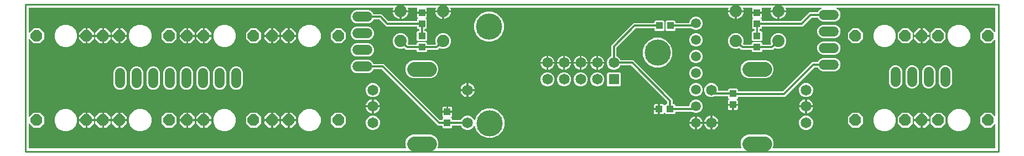
<source format=gbl>
G04 EAGLE Gerber RS-274X export*
G75*
%MOMM*%
%FSLAX34Y34*%
%LPD*%
%INBottom Copper*%
%IPPOS*%
%AMOC8*
5,1,8,0,0,1.08239X$1,22.5*%
G01*
%ADD10C,4.016000*%
%ADD11C,1.508000*%
%ADD12R,1.100000X1.000000*%
%ADD13R,1.000000X1.100000*%
%ADD14C,1.650000*%
%ADD15C,2.250000*%
%ADD16C,1.879600*%
%ADD17P,1.924489X8X112.500000*%
%ADD18P,1.924489X8X292.500000*%
%ADD19C,1.524000*%
%ADD20R,1.650000X1.650000*%
%ADD21C,0.304800*%
%ADD22C,0.254000*%
%ADD23C,0.254000*%

G36*
X612595Y5088D02*
X612595Y5088D01*
X612641Y5086D01*
X612716Y5108D01*
X612793Y5120D01*
X612833Y5142D01*
X612877Y5155D01*
X612941Y5199D01*
X613010Y5236D01*
X613041Y5269D01*
X613079Y5295D01*
X613126Y5358D01*
X613179Y5414D01*
X613199Y5456D01*
X613226Y5492D01*
X613250Y5566D01*
X613283Y5637D01*
X613288Y5683D01*
X613302Y5726D01*
X613301Y5804D01*
X613310Y5881D01*
X613300Y5926D01*
X613300Y5972D01*
X613262Y6104D01*
X613258Y6122D01*
X613255Y6126D01*
X613253Y6133D01*
X611959Y9257D01*
X611959Y14743D01*
X614059Y19812D01*
X617938Y23691D01*
X623007Y25791D01*
X650993Y25791D01*
X656062Y23691D01*
X659941Y19812D01*
X662041Y14743D01*
X662041Y9257D01*
X660747Y6133D01*
X660736Y6089D01*
X660717Y6047D01*
X660709Y5970D01*
X660691Y5894D01*
X660695Y5848D01*
X660690Y5803D01*
X660707Y5726D01*
X660714Y5649D01*
X660732Y5607D01*
X660742Y5562D01*
X660782Y5495D01*
X660814Y5424D01*
X660845Y5390D01*
X660868Y5351D01*
X660928Y5300D01*
X660980Y5243D01*
X661020Y5221D01*
X661055Y5191D01*
X661128Y5162D01*
X661196Y5125D01*
X661241Y5116D01*
X661283Y5099D01*
X661419Y5084D01*
X661438Y5081D01*
X661443Y5082D01*
X661450Y5081D01*
X1125550Y5081D01*
X1125595Y5088D01*
X1125641Y5086D01*
X1125716Y5108D01*
X1125793Y5120D01*
X1125833Y5142D01*
X1125877Y5155D01*
X1125941Y5199D01*
X1126010Y5236D01*
X1126041Y5269D01*
X1126079Y5295D01*
X1126126Y5358D01*
X1126179Y5414D01*
X1126199Y5456D01*
X1126226Y5492D01*
X1126250Y5566D01*
X1126283Y5637D01*
X1126288Y5683D01*
X1126302Y5726D01*
X1126301Y5804D01*
X1126310Y5881D01*
X1126300Y5926D01*
X1126300Y5972D01*
X1126262Y6104D01*
X1126258Y6122D01*
X1126255Y6126D01*
X1126253Y6133D01*
X1124959Y9257D01*
X1124959Y14743D01*
X1127059Y19812D01*
X1130938Y23691D01*
X1136007Y25791D01*
X1163993Y25791D01*
X1169062Y23691D01*
X1172941Y19812D01*
X1175041Y14743D01*
X1175041Y9257D01*
X1173747Y6133D01*
X1173736Y6089D01*
X1173717Y6047D01*
X1173709Y5970D01*
X1173691Y5894D01*
X1173695Y5848D01*
X1173690Y5803D01*
X1173707Y5726D01*
X1173714Y5649D01*
X1173732Y5607D01*
X1173742Y5562D01*
X1173782Y5495D01*
X1173814Y5424D01*
X1173845Y5390D01*
X1173868Y5351D01*
X1173928Y5300D01*
X1173980Y5243D01*
X1174020Y5221D01*
X1174055Y5191D01*
X1174128Y5162D01*
X1174196Y5125D01*
X1174241Y5116D01*
X1174283Y5099D01*
X1174419Y5084D01*
X1174438Y5081D01*
X1174443Y5082D01*
X1174450Y5081D01*
X1514158Y5081D01*
X1514178Y5084D01*
X1514197Y5082D01*
X1514299Y5104D01*
X1514401Y5120D01*
X1514418Y5130D01*
X1514438Y5134D01*
X1514527Y5187D01*
X1514618Y5236D01*
X1514632Y5250D01*
X1514649Y5260D01*
X1514716Y5339D01*
X1514788Y5414D01*
X1514796Y5432D01*
X1514809Y5447D01*
X1514848Y5543D01*
X1514891Y5637D01*
X1514893Y5657D01*
X1514901Y5675D01*
X1514919Y5842D01*
X1514919Y41466D01*
X1514908Y41537D01*
X1514906Y41608D01*
X1514888Y41657D01*
X1514880Y41709D01*
X1514846Y41772D01*
X1514821Y41839D01*
X1514789Y41880D01*
X1514764Y41926D01*
X1514712Y41975D01*
X1514668Y42031D01*
X1514624Y42060D01*
X1514586Y42095D01*
X1514521Y42126D01*
X1514461Y42164D01*
X1514410Y42177D01*
X1514363Y42199D01*
X1514292Y42207D01*
X1514222Y42225D01*
X1514170Y42220D01*
X1514119Y42226D01*
X1514048Y42211D01*
X1513977Y42205D01*
X1513929Y42185D01*
X1513878Y42174D01*
X1513817Y42137D01*
X1513751Y42109D01*
X1513695Y42064D01*
X1513667Y42048D01*
X1513652Y42030D01*
X1513620Y42004D01*
X1508185Y36569D01*
X1498715Y36569D01*
X1492019Y43265D01*
X1492019Y52735D01*
X1498715Y59431D01*
X1508185Y59431D01*
X1513620Y53996D01*
X1513678Y53954D01*
X1513730Y53905D01*
X1513777Y53883D01*
X1513819Y53852D01*
X1513888Y53831D01*
X1513953Y53801D01*
X1514005Y53795D01*
X1514055Y53780D01*
X1514126Y53782D01*
X1514197Y53774D01*
X1514248Y53785D01*
X1514300Y53786D01*
X1514368Y53811D01*
X1514438Y53826D01*
X1514483Y53853D01*
X1514531Y53871D01*
X1514587Y53916D01*
X1514649Y53952D01*
X1514683Y53992D01*
X1514723Y54024D01*
X1514762Y54085D01*
X1514809Y54139D01*
X1514828Y54187D01*
X1514856Y54231D01*
X1514874Y54301D01*
X1514901Y54367D01*
X1514909Y54439D01*
X1514917Y54470D01*
X1514915Y54493D01*
X1514919Y54534D01*
X1514919Y170466D01*
X1514908Y170537D01*
X1514906Y170608D01*
X1514888Y170657D01*
X1514880Y170709D01*
X1514846Y170772D01*
X1514821Y170839D01*
X1514789Y170880D01*
X1514764Y170926D01*
X1514712Y170975D01*
X1514668Y171031D01*
X1514624Y171060D01*
X1514586Y171095D01*
X1514521Y171126D01*
X1514461Y171164D01*
X1514410Y171177D01*
X1514363Y171199D01*
X1514292Y171207D01*
X1514222Y171225D01*
X1514170Y171220D01*
X1514119Y171226D01*
X1514048Y171211D01*
X1513977Y171205D01*
X1513929Y171185D01*
X1513878Y171174D01*
X1513817Y171137D01*
X1513751Y171109D01*
X1513695Y171064D01*
X1513667Y171048D01*
X1513652Y171030D01*
X1513620Y171004D01*
X1508185Y165569D01*
X1498715Y165569D01*
X1492019Y172265D01*
X1492019Y181735D01*
X1498715Y188431D01*
X1508185Y188431D01*
X1513620Y182996D01*
X1513678Y182954D01*
X1513730Y182905D01*
X1513777Y182883D01*
X1513819Y182852D01*
X1513888Y182831D01*
X1513953Y182801D01*
X1514005Y182795D01*
X1514055Y182780D01*
X1514126Y182782D01*
X1514197Y182774D01*
X1514248Y182785D01*
X1514300Y182786D01*
X1514368Y182811D01*
X1514438Y182826D01*
X1514483Y182853D01*
X1514531Y182871D01*
X1514587Y182916D01*
X1514649Y182952D01*
X1514683Y182992D01*
X1514723Y183024D01*
X1514762Y183085D01*
X1514809Y183139D01*
X1514828Y183187D01*
X1514856Y183231D01*
X1514874Y183301D01*
X1514901Y183367D01*
X1514909Y183439D01*
X1514917Y183470D01*
X1514915Y183493D01*
X1514919Y183534D01*
X1514919Y219158D01*
X1514916Y219178D01*
X1514918Y219197D01*
X1514896Y219299D01*
X1514880Y219401D01*
X1514870Y219418D01*
X1514866Y219438D01*
X1514813Y219527D01*
X1514764Y219618D01*
X1514750Y219632D01*
X1514740Y219649D01*
X1514661Y219716D01*
X1514586Y219788D01*
X1514568Y219796D01*
X1514553Y219809D01*
X1514457Y219848D01*
X1514363Y219891D01*
X1514343Y219893D01*
X1514325Y219901D01*
X1514158Y219919D01*
X1271878Y219919D01*
X1271782Y219904D01*
X1271685Y219894D01*
X1271661Y219884D01*
X1271636Y219880D01*
X1271550Y219834D01*
X1271461Y219794D01*
X1271441Y219777D01*
X1271418Y219764D01*
X1271351Y219694D01*
X1271279Y219628D01*
X1271267Y219605D01*
X1271249Y219586D01*
X1271208Y219498D01*
X1271161Y219412D01*
X1271156Y219387D01*
X1271145Y219363D01*
X1271134Y219266D01*
X1271117Y219170D01*
X1271121Y219144D01*
X1271118Y219119D01*
X1271139Y219023D01*
X1271153Y218927D01*
X1271165Y218904D01*
X1271170Y218878D01*
X1271220Y218795D01*
X1271264Y218708D01*
X1271283Y218689D01*
X1271296Y218667D01*
X1271370Y218604D01*
X1271440Y218536D01*
X1271469Y218520D01*
X1271483Y218507D01*
X1271514Y218495D01*
X1271587Y218455D01*
X1273376Y217714D01*
X1276234Y214856D01*
X1277781Y211121D01*
X1277781Y207079D01*
X1276234Y203344D01*
X1273376Y200486D01*
X1269641Y198939D01*
X1250359Y198939D01*
X1246624Y200486D01*
X1243766Y203344D01*
X1243260Y204565D01*
X1243199Y204665D01*
X1243139Y204765D01*
X1243134Y204769D01*
X1243131Y204774D01*
X1243041Y204849D01*
X1242952Y204925D01*
X1242946Y204927D01*
X1242941Y204931D01*
X1242833Y204973D01*
X1242724Y205017D01*
X1242716Y205018D01*
X1242712Y205019D01*
X1242693Y205020D01*
X1242557Y205035D01*
X1234099Y205035D01*
X1234009Y205021D01*
X1233918Y205013D01*
X1233888Y205001D01*
X1233856Y204996D01*
X1233776Y204953D01*
X1233692Y204917D01*
X1233660Y204891D01*
X1233639Y204880D01*
X1233617Y204857D01*
X1233561Y204812D01*
X1220184Y191435D01*
X1158302Y191435D01*
X1158282Y191432D01*
X1158263Y191434D01*
X1158161Y191412D01*
X1158059Y191396D01*
X1158042Y191386D01*
X1158022Y191382D01*
X1157933Y191329D01*
X1157842Y191280D01*
X1157828Y191266D01*
X1157811Y191256D01*
X1157744Y191177D01*
X1157672Y191102D01*
X1157664Y191084D01*
X1157651Y191069D01*
X1157612Y190973D01*
X1157569Y190879D01*
X1157567Y190859D01*
X1157559Y190841D01*
X1157541Y190674D01*
X1157541Y188948D01*
X1156052Y187459D01*
X1154572Y187459D01*
X1154552Y187456D01*
X1154533Y187458D01*
X1154431Y187436D01*
X1154329Y187420D01*
X1154312Y187410D01*
X1154292Y187406D01*
X1154203Y187353D01*
X1154112Y187304D01*
X1154098Y187290D01*
X1154081Y187280D01*
X1154014Y187201D01*
X1153942Y187126D01*
X1153934Y187108D01*
X1153921Y187093D01*
X1153882Y186997D01*
X1153839Y186903D01*
X1153837Y186883D01*
X1153829Y186865D01*
X1153811Y186698D01*
X1153811Y184802D01*
X1153814Y184782D01*
X1153812Y184763D01*
X1153834Y184661D01*
X1153850Y184559D01*
X1153860Y184542D01*
X1153864Y184522D01*
X1153917Y184433D01*
X1153966Y184342D01*
X1153980Y184328D01*
X1153990Y184311D01*
X1154069Y184244D01*
X1154144Y184172D01*
X1154162Y184164D01*
X1154177Y184151D01*
X1154273Y184112D01*
X1154367Y184069D01*
X1154387Y184067D01*
X1154405Y184059D01*
X1154572Y184041D01*
X1156552Y184041D01*
X1158041Y182552D01*
X1158041Y170448D01*
X1156552Y168959D01*
X1143448Y168959D01*
X1141959Y170448D01*
X1141959Y182552D01*
X1143448Y184041D01*
X1145428Y184041D01*
X1145448Y184044D01*
X1145467Y184042D01*
X1145569Y184064D01*
X1145671Y184080D01*
X1145688Y184090D01*
X1145708Y184094D01*
X1145797Y184147D01*
X1145888Y184196D01*
X1145902Y184210D01*
X1145919Y184220D01*
X1145986Y184299D01*
X1146058Y184374D01*
X1146066Y184392D01*
X1146079Y184407D01*
X1146118Y184503D01*
X1146161Y184597D01*
X1146163Y184617D01*
X1146171Y184635D01*
X1146189Y184802D01*
X1146189Y186698D01*
X1146186Y186718D01*
X1146188Y186737D01*
X1146166Y186839D01*
X1146150Y186941D01*
X1146140Y186958D01*
X1146136Y186978D01*
X1146083Y187067D01*
X1146034Y187158D01*
X1146020Y187172D01*
X1146010Y187189D01*
X1145931Y187256D01*
X1145856Y187328D01*
X1145838Y187336D01*
X1145823Y187349D01*
X1145727Y187388D01*
X1145633Y187431D01*
X1145613Y187433D01*
X1145595Y187441D01*
X1145428Y187459D01*
X1143948Y187459D01*
X1142459Y188948D01*
X1142459Y202052D01*
X1143964Y203558D01*
X1144033Y203653D01*
X1144104Y203750D01*
X1144106Y203754D01*
X1144108Y203757D01*
X1144143Y203870D01*
X1144179Y203984D01*
X1144179Y203988D01*
X1144180Y203992D01*
X1144177Y204111D01*
X1144175Y204230D01*
X1144174Y204234D01*
X1144174Y204238D01*
X1144133Y204350D01*
X1144094Y204462D01*
X1144091Y204465D01*
X1144090Y204469D01*
X1144015Y204563D01*
X1143942Y204656D01*
X1143938Y204659D01*
X1143936Y204661D01*
X1143924Y204669D01*
X1143807Y204755D01*
X1143440Y204967D01*
X1142967Y205440D01*
X1142632Y206019D01*
X1142459Y206666D01*
X1142459Y210977D01*
X1149238Y210977D01*
X1149258Y210980D01*
X1149277Y210978D01*
X1149379Y211000D01*
X1149481Y211017D01*
X1149498Y211026D01*
X1149518Y211030D01*
X1149607Y211083D01*
X1149698Y211132D01*
X1149712Y211146D01*
X1149729Y211156D01*
X1149796Y211235D01*
X1149867Y211310D01*
X1149876Y211328D01*
X1149889Y211343D01*
X1149928Y211439D01*
X1149971Y211533D01*
X1149973Y211553D01*
X1149981Y211571D01*
X1149999Y211738D01*
X1149999Y213262D01*
X1149996Y213282D01*
X1149998Y213301D01*
X1149976Y213403D01*
X1149959Y213505D01*
X1149950Y213522D01*
X1149946Y213542D01*
X1149893Y213631D01*
X1149844Y213722D01*
X1149830Y213736D01*
X1149820Y213753D01*
X1149741Y213820D01*
X1149666Y213891D01*
X1149648Y213900D01*
X1149633Y213913D01*
X1149537Y213952D01*
X1149443Y213995D01*
X1149423Y213997D01*
X1149405Y214005D01*
X1149238Y214023D01*
X1142459Y214023D01*
X1142459Y218334D01*
X1142627Y218961D01*
X1142639Y219080D01*
X1142652Y219197D01*
X1142651Y219202D01*
X1142652Y219206D01*
X1142625Y219321D01*
X1142600Y219438D01*
X1142598Y219441D01*
X1142597Y219445D01*
X1142535Y219546D01*
X1142474Y219649D01*
X1142470Y219652D01*
X1142468Y219655D01*
X1142377Y219732D01*
X1142287Y219809D01*
X1142283Y219810D01*
X1142280Y219813D01*
X1142169Y219856D01*
X1142059Y219901D01*
X1142054Y219901D01*
X1142050Y219903D01*
X1142037Y219903D01*
X1141892Y219919D01*
X1129363Y219919D01*
X1129347Y219917D01*
X1129331Y219919D01*
X1129226Y219897D01*
X1129120Y219880D01*
X1129106Y219872D01*
X1129090Y219869D01*
X1128997Y219815D01*
X1128902Y219764D01*
X1128891Y219753D01*
X1128878Y219745D01*
X1128807Y219664D01*
X1128733Y219586D01*
X1128726Y219572D01*
X1128716Y219560D01*
X1128675Y219461D01*
X1128629Y219363D01*
X1128628Y219347D01*
X1128622Y219332D01*
X1128614Y219225D01*
X1128602Y219119D01*
X1128606Y219103D01*
X1128605Y219087D01*
X1128639Y218923D01*
X1129133Y217402D01*
X1129334Y216129D01*
X1118250Y216129D01*
X1118230Y216126D01*
X1118211Y216128D01*
X1118109Y216106D01*
X1118007Y216089D01*
X1117990Y216080D01*
X1117970Y216076D01*
X1117881Y216023D01*
X1117790Y215974D01*
X1117776Y215960D01*
X1117759Y215950D01*
X1117692Y215871D01*
X1117621Y215796D01*
X1117612Y215778D01*
X1117599Y215763D01*
X1117561Y215667D01*
X1117517Y215573D01*
X1117515Y215553D01*
X1117507Y215535D01*
X1117489Y215368D01*
X1117489Y214605D01*
X1117487Y214605D01*
X1117487Y215368D01*
X1117484Y215388D01*
X1117486Y215407D01*
X1117464Y215509D01*
X1117447Y215611D01*
X1117438Y215628D01*
X1117434Y215648D01*
X1117381Y215737D01*
X1117332Y215828D01*
X1117318Y215842D01*
X1117308Y215859D01*
X1117229Y215926D01*
X1117154Y215997D01*
X1117136Y216006D01*
X1117121Y216019D01*
X1117025Y216058D01*
X1116931Y216101D01*
X1116911Y216103D01*
X1116893Y216111D01*
X1116726Y216129D01*
X1105642Y216129D01*
X1105843Y217402D01*
X1106337Y218923D01*
X1106340Y218939D01*
X1106347Y218953D01*
X1106358Y219059D01*
X1106375Y219166D01*
X1106372Y219182D01*
X1106374Y219197D01*
X1106351Y219302D01*
X1106332Y219408D01*
X1106325Y219422D01*
X1106321Y219438D01*
X1106267Y219530D01*
X1106215Y219624D01*
X1106203Y219635D01*
X1106195Y219649D01*
X1106114Y219719D01*
X1106035Y219792D01*
X1106020Y219798D01*
X1106008Y219809D01*
X1105909Y219849D01*
X1105811Y219893D01*
X1105795Y219895D01*
X1105780Y219901D01*
X1105613Y219919D01*
X681386Y219919D01*
X681371Y219917D01*
X681355Y219919D01*
X681250Y219897D01*
X681144Y219880D01*
X681130Y219872D01*
X681114Y219869D01*
X681021Y219815D01*
X680926Y219764D01*
X680915Y219753D01*
X680902Y219745D01*
X680831Y219664D01*
X680757Y219586D01*
X680750Y219572D01*
X680740Y219560D01*
X680699Y219460D01*
X680653Y219363D01*
X680652Y219347D01*
X680645Y219332D01*
X680638Y219225D01*
X680626Y219119D01*
X680630Y219103D01*
X680629Y219087D01*
X680662Y218923D01*
X681157Y217402D01*
X681358Y216129D01*
X670274Y216129D01*
X670254Y216126D01*
X670235Y216128D01*
X670133Y216106D01*
X670031Y216089D01*
X670014Y216080D01*
X669994Y216076D01*
X669905Y216023D01*
X669814Y215974D01*
X669800Y215960D01*
X669783Y215950D01*
X669716Y215871D01*
X669645Y215796D01*
X669636Y215778D01*
X669623Y215763D01*
X669585Y215667D01*
X669541Y215573D01*
X669539Y215553D01*
X669531Y215535D01*
X669513Y215368D01*
X669513Y214605D01*
X669511Y214605D01*
X669511Y215368D01*
X669508Y215388D01*
X669510Y215407D01*
X669488Y215509D01*
X669471Y215611D01*
X669462Y215628D01*
X669458Y215648D01*
X669405Y215737D01*
X669356Y215828D01*
X669342Y215842D01*
X669332Y215859D01*
X669253Y215926D01*
X669178Y215997D01*
X669160Y216006D01*
X669145Y216019D01*
X669049Y216058D01*
X668955Y216101D01*
X668935Y216103D01*
X668917Y216111D01*
X668750Y216129D01*
X657666Y216129D01*
X657867Y217402D01*
X658361Y218923D01*
X658364Y218939D01*
X658371Y218953D01*
X658382Y219059D01*
X658399Y219166D01*
X658396Y219182D01*
X658398Y219197D01*
X658375Y219302D01*
X658356Y219408D01*
X658349Y219422D01*
X658345Y219438D01*
X658291Y219530D01*
X658239Y219624D01*
X658227Y219635D01*
X658219Y219649D01*
X658138Y219719D01*
X658059Y219792D01*
X658044Y219798D01*
X658032Y219809D01*
X657933Y219849D01*
X657835Y219893D01*
X657819Y219895D01*
X657804Y219901D01*
X657637Y219919D01*
X645108Y219919D01*
X644991Y219900D01*
X644873Y219882D01*
X644870Y219880D01*
X644865Y219880D01*
X644761Y219824D01*
X644655Y219769D01*
X644652Y219766D01*
X644648Y219764D01*
X644567Y219679D01*
X644483Y219593D01*
X644482Y219589D01*
X644479Y219586D01*
X644428Y219478D01*
X644377Y219371D01*
X644377Y219367D01*
X644375Y219363D01*
X644362Y219245D01*
X644348Y219127D01*
X644348Y219122D01*
X644348Y219119D01*
X644351Y219105D01*
X644373Y218961D01*
X644541Y218334D01*
X644541Y214023D01*
X637762Y214023D01*
X637742Y214020D01*
X637723Y214022D01*
X637621Y214000D01*
X637519Y213983D01*
X637502Y213974D01*
X637482Y213970D01*
X637393Y213917D01*
X637302Y213868D01*
X637288Y213854D01*
X637271Y213844D01*
X637204Y213765D01*
X637133Y213690D01*
X637124Y213672D01*
X637111Y213657D01*
X637072Y213561D01*
X637029Y213467D01*
X637027Y213447D01*
X637019Y213429D01*
X637001Y213262D01*
X637001Y211738D01*
X637004Y211718D01*
X637002Y211699D01*
X637024Y211597D01*
X637041Y211495D01*
X637050Y211478D01*
X637054Y211458D01*
X637107Y211369D01*
X637156Y211278D01*
X637170Y211264D01*
X637180Y211247D01*
X637259Y211180D01*
X637334Y211109D01*
X637352Y211100D01*
X637367Y211087D01*
X637463Y211048D01*
X637557Y211005D01*
X637577Y211003D01*
X637595Y210995D01*
X637762Y210977D01*
X644541Y210977D01*
X644541Y206666D01*
X644368Y206019D01*
X644033Y205440D01*
X643560Y204967D01*
X643193Y204755D01*
X643100Y204679D01*
X643008Y204606D01*
X643006Y204602D01*
X643003Y204599D01*
X642939Y204497D01*
X642875Y204399D01*
X642874Y204395D01*
X642872Y204391D01*
X642844Y204275D01*
X642815Y204160D01*
X642816Y204156D01*
X642815Y204152D01*
X642825Y204033D01*
X642834Y203915D01*
X642836Y203911D01*
X642836Y203907D01*
X642884Y203797D01*
X642931Y203689D01*
X642934Y203685D01*
X642935Y203682D01*
X642945Y203671D01*
X643036Y203558D01*
X644541Y202052D01*
X644541Y188948D01*
X643052Y187459D01*
X641826Y187459D01*
X641806Y187456D01*
X641787Y187458D01*
X641685Y187436D01*
X641583Y187420D01*
X641566Y187410D01*
X641546Y187406D01*
X641457Y187353D01*
X641366Y187304D01*
X641352Y187290D01*
X641335Y187280D01*
X641268Y187201D01*
X641196Y187126D01*
X641188Y187108D01*
X641175Y187093D01*
X641136Y186997D01*
X641093Y186903D01*
X641091Y186883D01*
X641083Y186865D01*
X641065Y186698D01*
X641065Y184802D01*
X641068Y184782D01*
X641066Y184763D01*
X641088Y184661D01*
X641104Y184559D01*
X641114Y184542D01*
X641118Y184522D01*
X641171Y184433D01*
X641220Y184342D01*
X641234Y184328D01*
X641244Y184311D01*
X641323Y184244D01*
X641398Y184172D01*
X641416Y184164D01*
X641431Y184151D01*
X641527Y184112D01*
X641621Y184069D01*
X641641Y184067D01*
X641659Y184059D01*
X641826Y184041D01*
X643552Y184041D01*
X645041Y182552D01*
X645041Y170448D01*
X643552Y168959D01*
X630448Y168959D01*
X628959Y170448D01*
X628959Y182552D01*
X630448Y184041D01*
X632174Y184041D01*
X632194Y184044D01*
X632213Y184042D01*
X632315Y184064D01*
X632417Y184080D01*
X632434Y184090D01*
X632454Y184094D01*
X632543Y184147D01*
X632634Y184196D01*
X632648Y184210D01*
X632665Y184220D01*
X632732Y184299D01*
X632804Y184374D01*
X632812Y184392D01*
X632825Y184407D01*
X632864Y184503D01*
X632907Y184597D01*
X632909Y184617D01*
X632917Y184635D01*
X632935Y184802D01*
X632935Y186698D01*
X632932Y186718D01*
X632934Y186737D01*
X632912Y186839D01*
X632896Y186941D01*
X632886Y186958D01*
X632882Y186978D01*
X632829Y187067D01*
X632780Y187158D01*
X632766Y187172D01*
X632756Y187189D01*
X632677Y187256D01*
X632602Y187328D01*
X632584Y187336D01*
X632569Y187349D01*
X632473Y187388D01*
X632379Y187431D01*
X632359Y187433D01*
X632341Y187441D01*
X632174Y187459D01*
X630948Y187459D01*
X629459Y188948D01*
X629459Y190674D01*
X629456Y190694D01*
X629458Y190713D01*
X629436Y190815D01*
X629420Y190917D01*
X629410Y190934D01*
X629406Y190954D01*
X629353Y191043D01*
X629304Y191134D01*
X629290Y191148D01*
X629280Y191165D01*
X629201Y191232D01*
X629126Y191304D01*
X629108Y191312D01*
X629093Y191325D01*
X628997Y191364D01*
X628903Y191407D01*
X628883Y191409D01*
X628865Y191417D01*
X628698Y191435D01*
X582816Y191435D01*
X572439Y201812D01*
X572365Y201865D01*
X572296Y201925D01*
X572266Y201937D01*
X572240Y201956D01*
X572153Y201983D01*
X572068Y202017D01*
X572027Y202021D01*
X572004Y202028D01*
X571972Y202027D01*
X571901Y202035D01*
X563443Y202035D01*
X563328Y202016D01*
X563212Y201999D01*
X563206Y201997D01*
X563200Y201996D01*
X563098Y201941D01*
X562993Y201888D01*
X562988Y201883D01*
X562983Y201880D01*
X562903Y201796D01*
X562820Y201712D01*
X562817Y201706D01*
X562813Y201702D01*
X562806Y201685D01*
X562740Y201565D01*
X562234Y200344D01*
X559376Y197486D01*
X555641Y195939D01*
X536359Y195939D01*
X532624Y197486D01*
X529766Y200344D01*
X528219Y204079D01*
X528219Y208121D01*
X529766Y211856D01*
X532624Y214714D01*
X536359Y216261D01*
X555641Y216261D01*
X559376Y214714D01*
X562234Y211856D01*
X562740Y210635D01*
X562801Y210535D01*
X562861Y210435D01*
X562866Y210431D01*
X562869Y210426D01*
X562959Y210351D01*
X563048Y210275D01*
X563054Y210273D01*
X563059Y210269D01*
X563167Y210227D01*
X563276Y210183D01*
X563284Y210182D01*
X563288Y210181D01*
X563307Y210180D01*
X563443Y210165D01*
X575584Y210165D01*
X585961Y199788D01*
X586035Y199735D01*
X586104Y199675D01*
X586134Y199663D01*
X586160Y199644D01*
X586247Y199617D01*
X586332Y199583D01*
X586373Y199579D01*
X586396Y199572D01*
X586428Y199573D01*
X586499Y199565D01*
X628698Y199565D01*
X628718Y199568D01*
X628737Y199566D01*
X628839Y199588D01*
X628941Y199604D01*
X628958Y199614D01*
X628978Y199618D01*
X629067Y199671D01*
X629158Y199720D01*
X629172Y199734D01*
X629189Y199744D01*
X629256Y199823D01*
X629328Y199898D01*
X629336Y199916D01*
X629349Y199931D01*
X629388Y200027D01*
X629431Y200121D01*
X629433Y200141D01*
X629441Y200159D01*
X629459Y200326D01*
X629459Y202052D01*
X630964Y203558D01*
X631033Y203653D01*
X631104Y203750D01*
X631106Y203754D01*
X631108Y203757D01*
X631143Y203870D01*
X631179Y203984D01*
X631179Y203988D01*
X631180Y203992D01*
X631177Y204111D01*
X631175Y204230D01*
X631174Y204234D01*
X631174Y204238D01*
X631133Y204350D01*
X631094Y204462D01*
X631091Y204465D01*
X631090Y204469D01*
X631015Y204563D01*
X630942Y204656D01*
X630938Y204659D01*
X630936Y204661D01*
X630924Y204669D01*
X630807Y204755D01*
X630440Y204967D01*
X629967Y205440D01*
X629632Y206019D01*
X629459Y206666D01*
X629459Y210977D01*
X636238Y210977D01*
X636258Y210980D01*
X636277Y210978D01*
X636379Y211000D01*
X636481Y211017D01*
X636498Y211026D01*
X636518Y211030D01*
X636607Y211083D01*
X636698Y211132D01*
X636712Y211146D01*
X636729Y211156D01*
X636796Y211235D01*
X636867Y211310D01*
X636876Y211328D01*
X636889Y211343D01*
X636928Y211439D01*
X636971Y211533D01*
X636973Y211553D01*
X636981Y211571D01*
X636999Y211738D01*
X636999Y213262D01*
X636996Y213282D01*
X636998Y213301D01*
X636976Y213403D01*
X636959Y213505D01*
X636950Y213522D01*
X636946Y213542D01*
X636893Y213631D01*
X636844Y213722D01*
X636830Y213736D01*
X636820Y213753D01*
X636741Y213820D01*
X636666Y213891D01*
X636648Y213900D01*
X636633Y213913D01*
X636537Y213952D01*
X636443Y213995D01*
X636423Y213997D01*
X636405Y214005D01*
X636238Y214023D01*
X629459Y214023D01*
X629459Y218334D01*
X629627Y218961D01*
X629639Y219080D01*
X629652Y219197D01*
X629651Y219202D01*
X629652Y219206D01*
X629625Y219321D01*
X629600Y219438D01*
X629598Y219441D01*
X629597Y219445D01*
X629535Y219546D01*
X629474Y219649D01*
X629470Y219652D01*
X629468Y219655D01*
X629377Y219732D01*
X629287Y219809D01*
X629283Y219810D01*
X629280Y219813D01*
X629169Y219856D01*
X629059Y219901D01*
X629054Y219901D01*
X629050Y219903D01*
X629037Y219903D01*
X628892Y219919D01*
X616363Y219919D01*
X616347Y219917D01*
X616331Y219919D01*
X616226Y219897D01*
X616120Y219880D01*
X616106Y219872D01*
X616090Y219869D01*
X615997Y219815D01*
X615902Y219764D01*
X615891Y219753D01*
X615878Y219745D01*
X615807Y219664D01*
X615733Y219586D01*
X615726Y219572D01*
X615716Y219560D01*
X615675Y219461D01*
X615629Y219363D01*
X615628Y219347D01*
X615622Y219332D01*
X615614Y219225D01*
X615602Y219119D01*
X615606Y219103D01*
X615605Y219087D01*
X615639Y218923D01*
X616133Y217402D01*
X616334Y216129D01*
X605250Y216129D01*
X605230Y216126D01*
X605211Y216128D01*
X605109Y216106D01*
X605007Y216089D01*
X604990Y216080D01*
X604970Y216076D01*
X604881Y216023D01*
X604790Y215974D01*
X604776Y215960D01*
X604759Y215950D01*
X604692Y215871D01*
X604621Y215796D01*
X604612Y215778D01*
X604599Y215763D01*
X604561Y215667D01*
X604517Y215573D01*
X604515Y215553D01*
X604507Y215535D01*
X604489Y215368D01*
X604489Y214605D01*
X604487Y214605D01*
X604487Y215368D01*
X604484Y215388D01*
X604486Y215407D01*
X604464Y215509D01*
X604447Y215611D01*
X604438Y215628D01*
X604434Y215648D01*
X604381Y215737D01*
X604332Y215828D01*
X604318Y215842D01*
X604308Y215859D01*
X604229Y215926D01*
X604154Y215997D01*
X604136Y216006D01*
X604121Y216019D01*
X604025Y216058D01*
X603931Y216101D01*
X603911Y216103D01*
X603893Y216111D01*
X603726Y216129D01*
X592642Y216129D01*
X592843Y217402D01*
X593338Y218923D01*
X593340Y218939D01*
X593347Y218953D01*
X593358Y219059D01*
X593375Y219166D01*
X593372Y219182D01*
X593374Y219197D01*
X593351Y219302D01*
X593332Y219408D01*
X593325Y219422D01*
X593321Y219438D01*
X593266Y219530D01*
X593215Y219624D01*
X593203Y219635D01*
X593195Y219649D01*
X593114Y219719D01*
X593035Y219792D01*
X593021Y219798D01*
X593008Y219809D01*
X592909Y219849D01*
X592811Y219893D01*
X592795Y219895D01*
X592780Y219901D01*
X592614Y219919D01*
X35842Y219919D01*
X35822Y219916D01*
X35803Y219918D01*
X35701Y219896D01*
X35599Y219880D01*
X35582Y219870D01*
X35562Y219866D01*
X35473Y219813D01*
X35382Y219764D01*
X35368Y219750D01*
X35351Y219740D01*
X35284Y219661D01*
X35212Y219586D01*
X35204Y219568D01*
X35191Y219553D01*
X35152Y219457D01*
X35109Y219363D01*
X35107Y219343D01*
X35099Y219325D01*
X35081Y219158D01*
X35081Y182534D01*
X35092Y182463D01*
X35094Y182392D01*
X35112Y182343D01*
X35120Y182291D01*
X35154Y182228D01*
X35179Y182161D01*
X35211Y182120D01*
X35236Y182074D01*
X35288Y182025D01*
X35332Y181969D01*
X35376Y181940D01*
X35414Y181905D01*
X35479Y181874D01*
X35539Y181836D01*
X35590Y181823D01*
X35637Y181801D01*
X35708Y181793D01*
X35778Y181775D01*
X35830Y181780D01*
X35881Y181774D01*
X35952Y181789D01*
X36023Y181795D01*
X36071Y181815D01*
X36122Y181826D01*
X36183Y181863D01*
X36249Y181891D01*
X36305Y181936D01*
X36333Y181952D01*
X36348Y181970D01*
X36380Y181996D01*
X42815Y188431D01*
X52285Y188431D01*
X58981Y181735D01*
X58981Y172265D01*
X52285Y165569D01*
X42815Y165569D01*
X36380Y172004D01*
X36322Y172046D01*
X36270Y172095D01*
X36223Y172117D01*
X36181Y172148D01*
X36112Y172169D01*
X36047Y172199D01*
X35995Y172205D01*
X35945Y172220D01*
X35874Y172218D01*
X35803Y172226D01*
X35752Y172215D01*
X35700Y172214D01*
X35632Y172189D01*
X35562Y172174D01*
X35517Y172147D01*
X35469Y172129D01*
X35413Y172084D01*
X35351Y172048D01*
X35317Y172008D01*
X35277Y171976D01*
X35238Y171915D01*
X35191Y171861D01*
X35172Y171813D01*
X35144Y171769D01*
X35126Y171699D01*
X35099Y171633D01*
X35091Y171561D01*
X35083Y171530D01*
X35085Y171507D01*
X35081Y171466D01*
X35081Y53534D01*
X35092Y53463D01*
X35094Y53392D01*
X35112Y53343D01*
X35120Y53291D01*
X35154Y53228D01*
X35179Y53161D01*
X35211Y53120D01*
X35236Y53074D01*
X35288Y53025D01*
X35332Y52969D01*
X35376Y52940D01*
X35414Y52905D01*
X35479Y52874D01*
X35539Y52836D01*
X35590Y52823D01*
X35637Y52801D01*
X35708Y52793D01*
X35778Y52775D01*
X35830Y52780D01*
X35881Y52774D01*
X35952Y52789D01*
X36023Y52795D01*
X36071Y52815D01*
X36122Y52826D01*
X36183Y52863D01*
X36249Y52891D01*
X36305Y52936D01*
X36333Y52952D01*
X36348Y52970D01*
X36380Y52996D01*
X42815Y59431D01*
X52285Y59431D01*
X58981Y52735D01*
X58981Y43265D01*
X52285Y36569D01*
X42815Y36569D01*
X36380Y43004D01*
X36322Y43046D01*
X36270Y43095D01*
X36223Y43117D01*
X36181Y43148D01*
X36112Y43169D01*
X36047Y43199D01*
X35995Y43205D01*
X35945Y43220D01*
X35874Y43218D01*
X35803Y43226D01*
X35752Y43215D01*
X35700Y43214D01*
X35632Y43189D01*
X35562Y43174D01*
X35517Y43147D01*
X35469Y43129D01*
X35413Y43084D01*
X35351Y43048D01*
X35317Y43008D01*
X35277Y42976D01*
X35238Y42915D01*
X35191Y42861D01*
X35172Y42813D01*
X35144Y42769D01*
X35126Y42699D01*
X35099Y42633D01*
X35091Y42561D01*
X35083Y42530D01*
X35085Y42507D01*
X35081Y42466D01*
X35081Y5842D01*
X35084Y5822D01*
X35082Y5803D01*
X35104Y5701D01*
X35120Y5599D01*
X35130Y5582D01*
X35134Y5562D01*
X35187Y5473D01*
X35236Y5382D01*
X35250Y5368D01*
X35260Y5351D01*
X35339Y5284D01*
X35414Y5212D01*
X35432Y5204D01*
X35447Y5191D01*
X35543Y5152D01*
X35637Y5109D01*
X35657Y5107D01*
X35675Y5099D01*
X35842Y5081D01*
X612550Y5081D01*
X612595Y5088D01*
G37*
%LPC*%
G36*
X736300Y20579D02*
X736300Y20579D01*
X727986Y24023D01*
X721623Y30386D01*
X718179Y38700D01*
X718179Y38965D01*
X718164Y39061D01*
X718154Y39158D01*
X718144Y39182D01*
X718140Y39207D01*
X718094Y39293D01*
X718054Y39382D01*
X718037Y39402D01*
X718024Y39425D01*
X717954Y39492D01*
X717888Y39563D01*
X717865Y39576D01*
X717846Y39594D01*
X717758Y39635D01*
X717672Y39682D01*
X717647Y39687D01*
X717623Y39698D01*
X717526Y39708D01*
X717430Y39726D01*
X717404Y39722D01*
X717379Y39725D01*
X717283Y39704D01*
X717187Y39690D01*
X717164Y39678D01*
X717138Y39673D01*
X717055Y39623D01*
X716968Y39578D01*
X716949Y39560D01*
X716927Y39546D01*
X716864Y39472D01*
X716796Y39403D01*
X716780Y39374D01*
X716767Y39359D01*
X716755Y39329D01*
X716715Y39256D01*
X716148Y37888D01*
X713112Y34852D01*
X709146Y33209D01*
X704854Y33209D01*
X700888Y34852D01*
X697852Y37888D01*
X697323Y39165D01*
X697261Y39265D01*
X697201Y39365D01*
X697196Y39369D01*
X697193Y39374D01*
X697103Y39449D01*
X697014Y39525D01*
X697009Y39527D01*
X697004Y39531D01*
X696895Y39573D01*
X696786Y39617D01*
X696779Y39618D01*
X696774Y39619D01*
X696756Y39620D01*
X696619Y39635D01*
X684202Y39635D01*
X684182Y39632D01*
X684163Y39634D01*
X684061Y39612D01*
X683959Y39596D01*
X683942Y39586D01*
X683922Y39582D01*
X683833Y39529D01*
X683742Y39480D01*
X683728Y39466D01*
X683711Y39456D01*
X683644Y39377D01*
X683572Y39302D01*
X683564Y39284D01*
X683551Y39269D01*
X683512Y39173D01*
X683469Y39079D01*
X683467Y39059D01*
X683459Y39041D01*
X683441Y38874D01*
X683441Y37148D01*
X681952Y35659D01*
X669848Y35659D01*
X668359Y37148D01*
X668359Y38874D01*
X668356Y38894D01*
X668358Y38913D01*
X668336Y39015D01*
X668320Y39117D01*
X668310Y39134D01*
X668306Y39154D01*
X668253Y39243D01*
X668204Y39334D01*
X668190Y39348D01*
X668180Y39365D01*
X668101Y39432D01*
X668026Y39504D01*
X668008Y39512D01*
X667993Y39525D01*
X667897Y39564D01*
X667803Y39607D01*
X667783Y39609D01*
X667765Y39617D01*
X667598Y39635D01*
X661616Y39635D01*
X575639Y125612D01*
X575565Y125665D01*
X575496Y125725D01*
X575466Y125737D01*
X575440Y125756D01*
X575353Y125783D01*
X575268Y125817D01*
X575227Y125821D01*
X575204Y125828D01*
X575172Y125827D01*
X575101Y125835D01*
X563443Y125835D01*
X563328Y125816D01*
X563212Y125799D01*
X563206Y125797D01*
X563200Y125796D01*
X563098Y125741D01*
X562993Y125688D01*
X562988Y125683D01*
X562983Y125680D01*
X562903Y125596D01*
X562820Y125512D01*
X562817Y125506D01*
X562813Y125502D01*
X562806Y125485D01*
X562740Y125365D01*
X562234Y124144D01*
X559376Y121286D01*
X555641Y119739D01*
X536359Y119739D01*
X532624Y121286D01*
X529766Y124144D01*
X528219Y127879D01*
X528219Y131921D01*
X529766Y135656D01*
X532624Y138514D01*
X536359Y140061D01*
X555641Y140061D01*
X559376Y138514D01*
X562234Y135656D01*
X562740Y134435D01*
X562801Y134335D01*
X562861Y134235D01*
X562866Y134231D01*
X562869Y134226D01*
X562959Y134151D01*
X563048Y134075D01*
X563054Y134073D01*
X563059Y134069D01*
X563167Y134027D01*
X563276Y133983D01*
X563284Y133982D01*
X563288Y133981D01*
X563307Y133980D01*
X563443Y133965D01*
X578784Y133965D01*
X664761Y47988D01*
X664835Y47935D01*
X664904Y47875D01*
X664934Y47863D01*
X664960Y47844D01*
X665047Y47817D01*
X665132Y47783D01*
X665173Y47779D01*
X665196Y47772D01*
X665228Y47773D01*
X665299Y47765D01*
X667598Y47765D01*
X667618Y47768D01*
X667637Y47766D01*
X667739Y47788D01*
X667841Y47804D01*
X667858Y47814D01*
X667878Y47818D01*
X667967Y47871D01*
X668058Y47920D01*
X668072Y47934D01*
X668089Y47944D01*
X668156Y48023D01*
X668228Y48098D01*
X668236Y48116D01*
X668249Y48131D01*
X668288Y48227D01*
X668331Y48321D01*
X668333Y48341D01*
X668341Y48359D01*
X668359Y48526D01*
X668359Y50252D01*
X669864Y51758D01*
X669909Y51820D01*
X669938Y51850D01*
X669950Y51876D01*
X670004Y51950D01*
X670006Y51954D01*
X670008Y51957D01*
X670043Y52070D01*
X670079Y52184D01*
X670079Y52188D01*
X670080Y52192D01*
X670077Y52309D01*
X670075Y52430D01*
X670074Y52434D01*
X670074Y52438D01*
X670034Y52549D01*
X669994Y52662D01*
X669991Y52665D01*
X669990Y52669D01*
X669915Y52763D01*
X669842Y52856D01*
X669838Y52859D01*
X669836Y52861D01*
X669824Y52869D01*
X669707Y52955D01*
X669340Y53167D01*
X668867Y53640D01*
X668532Y54219D01*
X668359Y54866D01*
X668359Y59177D01*
X675138Y59177D01*
X675158Y59180D01*
X675177Y59178D01*
X675279Y59200D01*
X675381Y59217D01*
X675398Y59226D01*
X675418Y59230D01*
X675507Y59283D01*
X675598Y59332D01*
X675612Y59346D01*
X675629Y59356D01*
X675696Y59435D01*
X675767Y59510D01*
X675776Y59528D01*
X675789Y59543D01*
X675828Y59639D01*
X675871Y59733D01*
X675873Y59753D01*
X675881Y59771D01*
X675899Y59938D01*
X675899Y60701D01*
X675901Y60701D01*
X675901Y59938D01*
X675904Y59918D01*
X675902Y59899D01*
X675924Y59797D01*
X675941Y59695D01*
X675950Y59678D01*
X675954Y59658D01*
X676007Y59569D01*
X676056Y59478D01*
X676070Y59464D01*
X676080Y59447D01*
X676159Y59380D01*
X676234Y59309D01*
X676252Y59300D01*
X676267Y59287D01*
X676363Y59248D01*
X676457Y59205D01*
X676477Y59203D01*
X676495Y59195D01*
X676662Y59177D01*
X683441Y59177D01*
X683441Y54866D01*
X683268Y54219D01*
X682933Y53640D01*
X682460Y53167D01*
X682093Y52955D01*
X682000Y52879D01*
X681908Y52806D01*
X681906Y52802D01*
X681903Y52799D01*
X681839Y52698D01*
X681775Y52599D01*
X681774Y52595D01*
X681772Y52591D01*
X681744Y52475D01*
X681715Y52360D01*
X681716Y52356D01*
X681715Y52352D01*
X681725Y52233D01*
X681734Y52115D01*
X681736Y52111D01*
X681736Y52107D01*
X681783Y52000D01*
X681784Y51998D01*
X681785Y51996D01*
X681831Y51889D01*
X681834Y51885D01*
X681835Y51882D01*
X681845Y51871D01*
X681904Y51797D01*
X681910Y51787D01*
X681916Y51782D01*
X681936Y51758D01*
X683441Y50252D01*
X683441Y48526D01*
X683444Y48506D01*
X683442Y48487D01*
X683464Y48385D01*
X683480Y48283D01*
X683490Y48266D01*
X683494Y48246D01*
X683547Y48157D01*
X683596Y48066D01*
X683610Y48052D01*
X683620Y48035D01*
X683699Y47968D01*
X683774Y47896D01*
X683792Y47888D01*
X683807Y47875D01*
X683903Y47836D01*
X683997Y47793D01*
X684017Y47791D01*
X684035Y47783D01*
X684202Y47765D01*
X696371Y47765D01*
X696486Y47784D01*
X696602Y47801D01*
X696608Y47803D01*
X696614Y47804D01*
X696716Y47859D01*
X696821Y47912D01*
X696826Y47917D01*
X696831Y47920D01*
X696911Y48004D01*
X696993Y48088D01*
X696997Y48094D01*
X697000Y48098D01*
X697008Y48115D01*
X697074Y48235D01*
X697852Y50112D01*
X700888Y53148D01*
X704854Y54791D01*
X709146Y54791D01*
X713112Y53148D01*
X716148Y50112D01*
X716960Y48152D01*
X716998Y48091D01*
X717027Y48025D01*
X717062Y47987D01*
X717090Y47943D01*
X717145Y47897D01*
X717193Y47844D01*
X717239Y47819D01*
X717279Y47786D01*
X717346Y47760D01*
X717409Y47726D01*
X717460Y47716D01*
X717509Y47698D01*
X717580Y47695D01*
X717651Y47682D01*
X717702Y47690D01*
X717754Y47687D01*
X717823Y47707D01*
X717894Y47718D01*
X717941Y47741D01*
X717991Y47756D01*
X718050Y47797D01*
X718114Y47829D01*
X718150Y47867D01*
X718193Y47896D01*
X718236Y47954D01*
X718286Y48005D01*
X718320Y48068D01*
X718340Y48094D01*
X718347Y48116D01*
X718367Y48152D01*
X721623Y56014D01*
X727986Y62377D01*
X736300Y65821D01*
X745300Y65821D01*
X753614Y62377D01*
X759977Y56014D01*
X763421Y47700D01*
X763421Y38700D01*
X759977Y30386D01*
X753614Y24023D01*
X745300Y20579D01*
X736300Y20579D01*
G37*
%LPD*%
%LPC*%
G36*
X1001453Y57215D02*
X1001453Y57215D01*
X1001453Y63993D01*
X1001450Y64013D01*
X1001452Y64033D01*
X1001430Y64134D01*
X1001413Y64236D01*
X1001404Y64254D01*
X1001400Y64273D01*
X1001347Y64362D01*
X1001298Y64453D01*
X1001284Y64467D01*
X1001274Y64484D01*
X1001195Y64552D01*
X1001120Y64623D01*
X1001102Y64631D01*
X1001087Y64644D01*
X1000990Y64683D01*
X1000897Y64726D01*
X1000877Y64729D01*
X1000859Y64736D01*
X1000692Y64755D01*
X999929Y64755D01*
X999929Y64756D01*
X1000692Y64756D01*
X1000712Y64759D01*
X1000731Y64757D01*
X1000833Y64779D01*
X1000935Y64796D01*
X1000952Y64805D01*
X1000972Y64810D01*
X1001061Y64863D01*
X1001152Y64911D01*
X1001166Y64925D01*
X1001183Y64936D01*
X1001250Y65014D01*
X1001321Y65089D01*
X1001330Y65107D01*
X1001343Y65123D01*
X1001381Y65219D01*
X1001425Y65312D01*
X1001427Y65332D01*
X1001435Y65351D01*
X1001453Y65517D01*
X1001453Y72296D01*
X1005764Y72296D01*
X1006411Y72123D01*
X1006990Y71788D01*
X1007463Y71316D01*
X1007675Y70949D01*
X1007751Y70855D01*
X1007824Y70764D01*
X1007828Y70761D01*
X1007831Y70758D01*
X1007932Y70695D01*
X1008031Y70631D01*
X1008035Y70630D01*
X1008039Y70627D01*
X1008155Y70600D01*
X1008270Y70571D01*
X1008274Y70571D01*
X1008278Y70570D01*
X1008397Y70581D01*
X1008515Y70590D01*
X1008519Y70591D01*
X1008523Y70592D01*
X1008633Y70640D01*
X1008741Y70686D01*
X1008745Y70689D01*
X1008748Y70691D01*
X1008759Y70700D01*
X1008872Y70791D01*
X1010377Y72296D01*
X1012104Y72296D01*
X1012124Y72299D01*
X1012143Y72297D01*
X1012245Y72319D01*
X1012347Y72336D01*
X1012364Y72345D01*
X1012384Y72349D01*
X1012473Y72403D01*
X1012564Y72451D01*
X1012578Y72465D01*
X1012595Y72476D01*
X1012662Y72554D01*
X1012733Y72629D01*
X1012742Y72647D01*
X1012755Y72662D01*
X1012794Y72759D01*
X1012837Y72852D01*
X1012839Y72872D01*
X1012847Y72891D01*
X1012865Y73057D01*
X1012865Y76071D01*
X1012850Y76161D01*
X1012843Y76252D01*
X1012831Y76282D01*
X1012825Y76314D01*
X1012783Y76395D01*
X1012747Y76478D01*
X1012721Y76511D01*
X1012710Y76531D01*
X1012687Y76553D01*
X1012642Y76609D01*
X957839Y131412D01*
X957765Y131465D01*
X957696Y131525D01*
X957666Y131537D01*
X957640Y131556D01*
X957553Y131583D01*
X957468Y131617D01*
X957427Y131621D01*
X957404Y131628D01*
X957372Y131627D01*
X957301Y131635D01*
X941305Y131635D01*
X941190Y131616D01*
X941074Y131599D01*
X941068Y131597D01*
X941062Y131596D01*
X940959Y131541D01*
X940855Y131488D01*
X940850Y131483D01*
X940845Y131480D01*
X940765Y131396D01*
X940682Y131312D01*
X940679Y131306D01*
X940675Y131302D01*
X940667Y131285D01*
X940601Y131165D01*
X939948Y129588D01*
X936912Y126552D01*
X932946Y124909D01*
X928654Y124909D01*
X924688Y126552D01*
X921652Y129588D01*
X920009Y133554D01*
X920009Y137846D01*
X921652Y141812D01*
X924688Y144848D01*
X926265Y145501D01*
X926365Y145563D01*
X926465Y145623D01*
X926469Y145628D01*
X926474Y145631D01*
X926549Y145721D01*
X926625Y145810D01*
X926627Y145816D01*
X926631Y145821D01*
X926673Y145929D01*
X926717Y146038D01*
X926718Y146046D01*
X926719Y146050D01*
X926720Y146068D01*
X926735Y146205D01*
X926735Y162484D01*
X960816Y196565D01*
X992198Y196565D01*
X992218Y196568D01*
X992237Y196566D01*
X992339Y196588D01*
X992441Y196604D01*
X992458Y196614D01*
X992478Y196618D01*
X992567Y196671D01*
X992658Y196720D01*
X992672Y196734D01*
X992689Y196744D01*
X992756Y196823D01*
X992828Y196898D01*
X992836Y196916D01*
X992849Y196931D01*
X992888Y197027D01*
X992931Y197121D01*
X992933Y197141D01*
X992941Y197159D01*
X992959Y197326D01*
X992959Y199052D01*
X994448Y200541D01*
X1006552Y200541D01*
X1008041Y199052D01*
X1008041Y185948D01*
X1006552Y184459D01*
X994448Y184459D01*
X992959Y185948D01*
X992959Y187674D01*
X992956Y187694D01*
X992958Y187713D01*
X992936Y187815D01*
X992920Y187917D01*
X992910Y187934D01*
X992906Y187954D01*
X992853Y188043D01*
X992804Y188134D01*
X992790Y188148D01*
X992780Y188165D01*
X992701Y188232D01*
X992626Y188304D01*
X992608Y188312D01*
X992593Y188325D01*
X992497Y188364D01*
X992403Y188407D01*
X992383Y188409D01*
X992365Y188417D01*
X992198Y188435D01*
X964499Y188435D01*
X964409Y188421D01*
X964318Y188413D01*
X964288Y188401D01*
X964256Y188396D01*
X964176Y188353D01*
X964092Y188317D01*
X964060Y188291D01*
X964039Y188280D01*
X964017Y188257D01*
X963961Y188212D01*
X935088Y159339D01*
X935035Y159265D01*
X934975Y159196D01*
X934963Y159166D01*
X934944Y159140D01*
X934917Y159053D01*
X934883Y158968D01*
X934879Y158927D01*
X934872Y158904D01*
X934873Y158872D01*
X934865Y158801D01*
X934865Y146205D01*
X934884Y146089D01*
X934901Y145974D01*
X934903Y145968D01*
X934904Y145962D01*
X934959Y145859D01*
X935012Y145755D01*
X935017Y145750D01*
X935020Y145745D01*
X935104Y145665D01*
X935188Y145582D01*
X935194Y145579D01*
X935198Y145575D01*
X935215Y145567D01*
X935335Y145501D01*
X936912Y144848D01*
X939948Y141812D01*
X940601Y140235D01*
X940663Y140135D01*
X940723Y140035D01*
X940728Y140031D01*
X940731Y140026D01*
X940821Y139951D01*
X940910Y139875D01*
X940916Y139873D01*
X940921Y139869D01*
X941029Y139827D01*
X941138Y139783D01*
X941146Y139782D01*
X941150Y139781D01*
X941168Y139780D01*
X941305Y139765D01*
X960984Y139765D01*
X1020995Y79754D01*
X1020995Y73057D01*
X1020998Y73038D01*
X1020996Y73018D01*
X1021018Y72917D01*
X1021034Y72815D01*
X1021044Y72797D01*
X1021048Y72778D01*
X1021101Y72689D01*
X1021149Y72597D01*
X1021164Y72584D01*
X1021174Y72566D01*
X1021253Y72499D01*
X1021328Y72428D01*
X1021346Y72419D01*
X1021361Y72407D01*
X1021457Y72368D01*
X1021551Y72324D01*
X1021571Y72322D01*
X1021589Y72315D01*
X1021756Y72296D01*
X1023482Y72296D01*
X1024971Y70808D01*
X1024971Y69581D01*
X1024974Y69562D01*
X1024972Y69542D01*
X1024994Y69441D01*
X1025010Y69339D01*
X1025020Y69321D01*
X1025024Y69302D01*
X1025077Y69213D01*
X1025125Y69121D01*
X1025140Y69108D01*
X1025150Y69090D01*
X1025229Y69023D01*
X1025304Y68952D01*
X1025322Y68943D01*
X1025337Y68931D01*
X1025433Y68892D01*
X1025527Y68848D01*
X1025547Y68846D01*
X1025565Y68839D01*
X1025732Y68820D01*
X1045621Y68820D01*
X1045641Y68823D01*
X1045661Y68821D01*
X1045762Y68843D01*
X1045864Y68860D01*
X1045882Y68869D01*
X1045901Y68873D01*
X1045990Y68927D01*
X1046082Y68975D01*
X1046095Y68989D01*
X1046112Y69000D01*
X1046180Y69078D01*
X1046251Y69153D01*
X1046259Y69171D01*
X1046272Y69186D01*
X1046311Y69283D01*
X1046355Y69376D01*
X1046357Y69396D01*
X1046364Y69415D01*
X1046383Y69581D01*
X1046383Y71056D01*
X1047917Y74761D01*
X1050753Y77596D01*
X1054458Y79131D01*
X1058469Y79131D01*
X1062174Y77596D01*
X1065009Y74761D01*
X1066544Y71056D01*
X1066544Y67045D01*
X1065009Y63340D01*
X1062174Y60504D01*
X1058469Y58970D01*
X1054458Y58970D01*
X1050719Y60519D01*
X1050716Y60521D01*
X1050646Y60580D01*
X1050616Y60592D01*
X1050590Y60611D01*
X1050503Y60638D01*
X1050418Y60672D01*
X1050377Y60677D01*
X1050355Y60684D01*
X1050323Y60683D01*
X1050252Y60691D01*
X1025732Y60691D01*
X1025712Y60687D01*
X1025692Y60690D01*
X1025591Y60668D01*
X1025489Y60651D01*
X1025472Y60642D01*
X1025452Y60637D01*
X1025363Y60584D01*
X1025272Y60536D01*
X1025258Y60521D01*
X1025241Y60511D01*
X1025174Y60432D01*
X1025102Y60357D01*
X1025094Y60339D01*
X1025081Y60324D01*
X1025042Y60228D01*
X1024999Y60134D01*
X1024997Y60115D01*
X1024989Y60096D01*
X1024971Y59929D01*
X1024971Y58703D01*
X1023482Y57215D01*
X1010377Y57215D01*
X1008872Y58720D01*
X1008777Y58788D01*
X1008680Y58860D01*
X1008676Y58861D01*
X1008673Y58863D01*
X1008560Y58898D01*
X1008446Y58935D01*
X1008441Y58935D01*
X1008438Y58936D01*
X1008319Y58933D01*
X1008200Y58931D01*
X1008196Y58929D01*
X1008192Y58929D01*
X1008080Y58888D01*
X1007968Y58849D01*
X1007965Y58846D01*
X1007961Y58845D01*
X1007867Y58770D01*
X1007774Y58697D01*
X1007771Y58693D01*
X1007769Y58691D01*
X1007761Y58680D01*
X1007675Y58562D01*
X1007463Y58195D01*
X1006990Y57722D01*
X1006411Y57388D01*
X1005764Y57215D01*
X1001453Y57215D01*
G37*
%LPD*%
%LPC*%
G36*
X1112999Y71499D02*
X1112999Y71499D01*
X1112999Y72262D01*
X1112996Y72282D01*
X1112998Y72301D01*
X1112976Y72403D01*
X1112959Y72505D01*
X1112950Y72522D01*
X1112946Y72542D01*
X1112893Y72631D01*
X1112844Y72722D01*
X1112830Y72736D01*
X1112820Y72753D01*
X1112741Y72820D01*
X1112666Y72891D01*
X1112648Y72900D01*
X1112633Y72913D01*
X1112537Y72952D01*
X1112443Y72995D01*
X1112423Y72997D01*
X1112405Y73005D01*
X1112238Y73023D01*
X1105459Y73023D01*
X1105459Y77334D01*
X1105632Y77981D01*
X1105967Y78560D01*
X1106440Y79033D01*
X1106807Y79245D01*
X1106900Y79321D01*
X1106992Y79394D01*
X1106994Y79398D01*
X1106997Y79401D01*
X1107060Y79501D01*
X1107125Y79601D01*
X1107126Y79605D01*
X1107128Y79609D01*
X1107156Y79725D01*
X1107185Y79840D01*
X1107184Y79844D01*
X1107185Y79848D01*
X1107175Y79967D01*
X1107166Y80085D01*
X1107164Y80089D01*
X1107164Y80093D01*
X1107116Y80202D01*
X1107069Y80311D01*
X1107066Y80315D01*
X1107065Y80318D01*
X1107055Y80329D01*
X1106964Y80442D01*
X1105459Y81948D01*
X1105459Y83674D01*
X1105456Y83694D01*
X1105458Y83713D01*
X1105436Y83815D01*
X1105420Y83917D01*
X1105410Y83934D01*
X1105406Y83954D01*
X1105353Y84043D01*
X1105304Y84134D01*
X1105290Y84148D01*
X1105280Y84165D01*
X1105201Y84232D01*
X1105126Y84304D01*
X1105108Y84312D01*
X1105093Y84325D01*
X1104997Y84364D01*
X1104903Y84407D01*
X1104883Y84409D01*
X1104865Y84417D01*
X1104698Y84435D01*
X1085258Y84435D01*
X1085193Y84425D01*
X1085127Y84424D01*
X1085047Y84401D01*
X1085015Y84396D01*
X1084998Y84386D01*
X1084966Y84377D01*
X1082146Y83209D01*
X1077854Y83209D01*
X1073888Y84852D01*
X1070852Y87888D01*
X1069209Y91854D01*
X1069209Y96146D01*
X1070852Y100112D01*
X1073888Y103148D01*
X1077854Y104791D01*
X1082146Y104791D01*
X1086112Y103148D01*
X1089148Y100112D01*
X1090791Y96146D01*
X1090791Y93326D01*
X1090794Y93306D01*
X1090792Y93287D01*
X1090814Y93185D01*
X1090830Y93083D01*
X1090840Y93066D01*
X1090844Y93046D01*
X1090897Y92957D01*
X1090946Y92866D01*
X1090960Y92852D01*
X1090970Y92835D01*
X1091049Y92768D01*
X1091124Y92696D01*
X1091142Y92688D01*
X1091157Y92675D01*
X1091253Y92636D01*
X1091347Y92593D01*
X1091367Y92591D01*
X1091385Y92583D01*
X1091552Y92565D01*
X1104698Y92565D01*
X1104718Y92568D01*
X1104737Y92566D01*
X1104839Y92588D01*
X1104941Y92604D01*
X1104958Y92614D01*
X1104978Y92618D01*
X1105067Y92671D01*
X1105158Y92720D01*
X1105172Y92734D01*
X1105189Y92744D01*
X1105256Y92823D01*
X1105328Y92898D01*
X1105336Y92916D01*
X1105349Y92931D01*
X1105388Y93027D01*
X1105431Y93121D01*
X1105433Y93141D01*
X1105441Y93159D01*
X1105459Y93326D01*
X1105459Y95052D01*
X1106948Y96541D01*
X1119052Y96541D01*
X1120541Y95052D01*
X1120541Y92826D01*
X1120544Y92806D01*
X1120542Y92787D01*
X1120564Y92685D01*
X1120580Y92583D01*
X1120590Y92566D01*
X1120594Y92546D01*
X1120647Y92457D01*
X1120696Y92366D01*
X1120710Y92352D01*
X1120720Y92335D01*
X1120799Y92268D01*
X1120874Y92196D01*
X1120892Y92188D01*
X1120907Y92175D01*
X1121003Y92136D01*
X1121097Y92093D01*
X1121117Y92091D01*
X1121135Y92083D01*
X1121302Y92065D01*
X1189001Y92065D01*
X1189091Y92079D01*
X1189182Y92087D01*
X1189212Y92099D01*
X1189244Y92104D01*
X1189324Y92147D01*
X1189408Y92183D01*
X1189440Y92209D01*
X1189461Y92220D01*
X1189483Y92243D01*
X1189539Y92288D01*
X1234216Y136965D01*
X1242557Y136965D01*
X1242672Y136984D01*
X1242788Y137001D01*
X1242794Y137003D01*
X1242800Y137004D01*
X1242902Y137059D01*
X1243007Y137112D01*
X1243012Y137117D01*
X1243017Y137120D01*
X1243097Y137204D01*
X1243180Y137288D01*
X1243183Y137294D01*
X1243187Y137298D01*
X1243194Y137315D01*
X1243260Y137435D01*
X1243766Y138656D01*
X1246624Y141514D01*
X1250359Y143061D01*
X1269641Y143061D01*
X1273376Y141514D01*
X1276234Y138656D01*
X1277781Y134921D01*
X1277781Y130879D01*
X1276234Y127144D01*
X1273376Y124286D01*
X1269641Y122739D01*
X1250359Y122739D01*
X1246624Y124286D01*
X1243766Y127144D01*
X1243260Y128365D01*
X1243199Y128464D01*
X1243139Y128565D01*
X1243134Y128569D01*
X1243131Y128574D01*
X1243040Y128649D01*
X1242952Y128725D01*
X1242946Y128727D01*
X1242941Y128731D01*
X1242833Y128773D01*
X1242724Y128817D01*
X1242716Y128818D01*
X1242712Y128819D01*
X1242693Y128820D01*
X1242557Y128835D01*
X1237899Y128835D01*
X1237809Y128821D01*
X1237718Y128813D01*
X1237688Y128801D01*
X1237656Y128796D01*
X1237576Y128753D01*
X1237492Y128717D01*
X1237460Y128691D01*
X1237439Y128680D01*
X1237417Y128657D01*
X1237361Y128612D01*
X1192684Y83935D01*
X1121302Y83935D01*
X1121282Y83932D01*
X1121263Y83934D01*
X1121161Y83912D01*
X1121059Y83896D01*
X1121042Y83886D01*
X1121022Y83882D01*
X1120933Y83829D01*
X1120842Y83780D01*
X1120828Y83766D01*
X1120811Y83756D01*
X1120744Y83677D01*
X1120672Y83602D01*
X1120664Y83584D01*
X1120651Y83569D01*
X1120612Y83473D01*
X1120569Y83379D01*
X1120567Y83359D01*
X1120559Y83341D01*
X1120541Y83174D01*
X1120541Y81948D01*
X1119036Y80442D01*
X1118967Y80347D01*
X1118896Y80250D01*
X1118894Y80246D01*
X1118892Y80243D01*
X1118857Y80130D01*
X1118821Y80016D01*
X1118821Y80012D01*
X1118820Y80008D01*
X1118823Y79888D01*
X1118825Y79770D01*
X1118826Y79766D01*
X1118826Y79762D01*
X1118867Y79650D01*
X1118906Y79538D01*
X1118909Y79535D01*
X1118910Y79531D01*
X1118985Y79437D01*
X1119058Y79344D01*
X1119062Y79341D01*
X1119064Y79339D01*
X1119076Y79331D01*
X1119193Y79245D01*
X1119560Y79033D01*
X1120033Y78560D01*
X1120368Y77981D01*
X1120541Y77334D01*
X1120541Y73023D01*
X1113762Y73023D01*
X1113742Y73020D01*
X1113723Y73022D01*
X1113621Y73000D01*
X1113519Y72983D01*
X1113502Y72974D01*
X1113482Y72970D01*
X1113393Y72917D01*
X1113302Y72868D01*
X1113288Y72854D01*
X1113271Y72844D01*
X1113204Y72765D01*
X1113133Y72690D01*
X1113124Y72672D01*
X1113111Y72657D01*
X1113072Y72561D01*
X1113029Y72467D01*
X1113027Y72447D01*
X1113019Y72429D01*
X1113001Y72262D01*
X1113001Y71499D01*
X1112999Y71499D01*
G37*
%LPD*%
%LPC*%
G36*
X993300Y128579D02*
X993300Y128579D01*
X984986Y132023D01*
X978623Y138386D01*
X975179Y146700D01*
X975179Y155700D01*
X978623Y164014D01*
X984986Y170377D01*
X993300Y173821D01*
X1002300Y173821D01*
X1010614Y170377D01*
X1016977Y164014D01*
X1020421Y155700D01*
X1020421Y146700D01*
X1016977Y138386D01*
X1010614Y132023D01*
X1002300Y128579D01*
X993300Y128579D01*
G37*
%LPD*%
%LPC*%
G36*
X735300Y168579D02*
X735300Y168579D01*
X726986Y172023D01*
X720623Y178386D01*
X717179Y186700D01*
X717179Y195700D01*
X720623Y204014D01*
X726986Y210377D01*
X735300Y213821D01*
X744300Y213821D01*
X752614Y210377D01*
X758977Y204014D01*
X762421Y195700D01*
X762421Y186700D01*
X758977Y178386D01*
X752614Y172023D01*
X744300Y168579D01*
X735300Y168579D01*
G37*
%LPD*%
G36*
X1216591Y199579D02*
X1216591Y199579D01*
X1216682Y199587D01*
X1216712Y199599D01*
X1216744Y199604D01*
X1216824Y199647D01*
X1216908Y199683D01*
X1216940Y199709D01*
X1216961Y199720D01*
X1216983Y199743D01*
X1217039Y199788D01*
X1230416Y213165D01*
X1242557Y213165D01*
X1242672Y213184D01*
X1242788Y213201D01*
X1242794Y213203D01*
X1242800Y213204D01*
X1242902Y213259D01*
X1243007Y213312D01*
X1243012Y213317D01*
X1243017Y213320D01*
X1243097Y213404D01*
X1243180Y213488D01*
X1243183Y213494D01*
X1243187Y213498D01*
X1243194Y213515D01*
X1243260Y213635D01*
X1243766Y214856D01*
X1246624Y217714D01*
X1248413Y218455D01*
X1248496Y218506D01*
X1248582Y218552D01*
X1248600Y218570D01*
X1248622Y218584D01*
X1248684Y218660D01*
X1248751Y218730D01*
X1248762Y218754D01*
X1248779Y218774D01*
X1248814Y218865D01*
X1248855Y218953D01*
X1248858Y218979D01*
X1248867Y219003D01*
X1248871Y219101D01*
X1248882Y219197D01*
X1248876Y219223D01*
X1248878Y219249D01*
X1248850Y219343D01*
X1248830Y219438D01*
X1248816Y219460D01*
X1248809Y219485D01*
X1248753Y219565D01*
X1248704Y219649D01*
X1248684Y219666D01*
X1248669Y219687D01*
X1248591Y219746D01*
X1248517Y219809D01*
X1248492Y219819D01*
X1248471Y219834D01*
X1248379Y219864D01*
X1248288Y219901D01*
X1248256Y219904D01*
X1248237Y219910D01*
X1248204Y219910D01*
X1248122Y219919D01*
X1194387Y219919D01*
X1194371Y219917D01*
X1194355Y219919D01*
X1194250Y219897D01*
X1194144Y219880D01*
X1194130Y219872D01*
X1194114Y219869D01*
X1194021Y219815D01*
X1193926Y219764D01*
X1193915Y219753D01*
X1193902Y219745D01*
X1193831Y219664D01*
X1193757Y219586D01*
X1193750Y219572D01*
X1193740Y219560D01*
X1193699Y219461D01*
X1193653Y219363D01*
X1193652Y219347D01*
X1193646Y219332D01*
X1193638Y219225D01*
X1193626Y219119D01*
X1193630Y219103D01*
X1193629Y219087D01*
X1193663Y218923D01*
X1194157Y217402D01*
X1194358Y216129D01*
X1183274Y216129D01*
X1183254Y216126D01*
X1183235Y216128D01*
X1183133Y216106D01*
X1183031Y216089D01*
X1183014Y216080D01*
X1182994Y216076D01*
X1182905Y216023D01*
X1182814Y215974D01*
X1182800Y215960D01*
X1182783Y215950D01*
X1182716Y215871D01*
X1182645Y215796D01*
X1182636Y215778D01*
X1182623Y215763D01*
X1182585Y215667D01*
X1182541Y215573D01*
X1182539Y215553D01*
X1182531Y215535D01*
X1182513Y215368D01*
X1182513Y214605D01*
X1182511Y214605D01*
X1182511Y215368D01*
X1182508Y215388D01*
X1182510Y215407D01*
X1182488Y215509D01*
X1182471Y215611D01*
X1182462Y215628D01*
X1182458Y215648D01*
X1182405Y215737D01*
X1182356Y215828D01*
X1182342Y215842D01*
X1182332Y215859D01*
X1182253Y215926D01*
X1182178Y215997D01*
X1182160Y216006D01*
X1182145Y216019D01*
X1182049Y216058D01*
X1181955Y216101D01*
X1181935Y216103D01*
X1181917Y216111D01*
X1181750Y216129D01*
X1170666Y216129D01*
X1170867Y217402D01*
X1171361Y218923D01*
X1171364Y218939D01*
X1171371Y218953D01*
X1171382Y219059D01*
X1171399Y219166D01*
X1171396Y219182D01*
X1171398Y219197D01*
X1171375Y219302D01*
X1171356Y219408D01*
X1171349Y219422D01*
X1171345Y219438D01*
X1171291Y219530D01*
X1171239Y219624D01*
X1171227Y219635D01*
X1171219Y219649D01*
X1171138Y219719D01*
X1171059Y219792D01*
X1171044Y219798D01*
X1171032Y219809D01*
X1170933Y219849D01*
X1170835Y219893D01*
X1170819Y219895D01*
X1170804Y219901D01*
X1170637Y219919D01*
X1158108Y219919D01*
X1157991Y219900D01*
X1157873Y219882D01*
X1157870Y219880D01*
X1157865Y219880D01*
X1157761Y219824D01*
X1157655Y219769D01*
X1157652Y219766D01*
X1157648Y219764D01*
X1157567Y219679D01*
X1157483Y219593D01*
X1157482Y219589D01*
X1157479Y219586D01*
X1157428Y219478D01*
X1157377Y219371D01*
X1157377Y219367D01*
X1157375Y219363D01*
X1157362Y219245D01*
X1157348Y219127D01*
X1157348Y219122D01*
X1157348Y219119D01*
X1157351Y219105D01*
X1157373Y218961D01*
X1157541Y218334D01*
X1157541Y214023D01*
X1150762Y214023D01*
X1150742Y214020D01*
X1150723Y214022D01*
X1150621Y214000D01*
X1150519Y213983D01*
X1150502Y213974D01*
X1150482Y213970D01*
X1150393Y213917D01*
X1150302Y213868D01*
X1150288Y213854D01*
X1150271Y213844D01*
X1150204Y213765D01*
X1150133Y213690D01*
X1150124Y213672D01*
X1150111Y213657D01*
X1150072Y213561D01*
X1150029Y213467D01*
X1150027Y213447D01*
X1150019Y213429D01*
X1150001Y213262D01*
X1150001Y211738D01*
X1150004Y211718D01*
X1150002Y211699D01*
X1150024Y211597D01*
X1150041Y211495D01*
X1150050Y211478D01*
X1150054Y211458D01*
X1150107Y211369D01*
X1150156Y211278D01*
X1150170Y211264D01*
X1150180Y211247D01*
X1150259Y211180D01*
X1150334Y211109D01*
X1150352Y211100D01*
X1150367Y211087D01*
X1150463Y211048D01*
X1150557Y211005D01*
X1150577Y211003D01*
X1150595Y210995D01*
X1150762Y210977D01*
X1157541Y210977D01*
X1157541Y206666D01*
X1157368Y206019D01*
X1157033Y205440D01*
X1156560Y204967D01*
X1156193Y204755D01*
X1156100Y204679D01*
X1156008Y204606D01*
X1156006Y204602D01*
X1156003Y204599D01*
X1155939Y204497D01*
X1155875Y204399D01*
X1155874Y204395D01*
X1155872Y204391D01*
X1155844Y204275D01*
X1155815Y204160D01*
X1155816Y204156D01*
X1155815Y204152D01*
X1155825Y204033D01*
X1155834Y203915D01*
X1155836Y203911D01*
X1155836Y203907D01*
X1155884Y203797D01*
X1155931Y203689D01*
X1155934Y203685D01*
X1155935Y203682D01*
X1155945Y203671D01*
X1156036Y203558D01*
X1157541Y202052D01*
X1157541Y200326D01*
X1157544Y200306D01*
X1157542Y200287D01*
X1157564Y200185D01*
X1157580Y200083D01*
X1157590Y200066D01*
X1157594Y200046D01*
X1157647Y199957D01*
X1157696Y199866D01*
X1157710Y199852D01*
X1157720Y199835D01*
X1157799Y199768D01*
X1157874Y199696D01*
X1157892Y199688D01*
X1157907Y199675D01*
X1158003Y199636D01*
X1158097Y199593D01*
X1158117Y199591D01*
X1158135Y199583D01*
X1158302Y199565D01*
X1216501Y199565D01*
X1216591Y199579D01*
G37*
%LPC*%
G36*
X1143448Y151959D02*
X1143448Y151959D01*
X1141959Y153448D01*
X1141959Y154674D01*
X1141956Y154694D01*
X1141958Y154713D01*
X1141936Y154815D01*
X1141920Y154917D01*
X1141910Y154934D01*
X1141906Y154954D01*
X1141853Y155043D01*
X1141804Y155134D01*
X1141790Y155148D01*
X1141780Y155165D01*
X1141701Y155232D01*
X1141626Y155304D01*
X1141608Y155312D01*
X1141593Y155325D01*
X1141497Y155364D01*
X1141403Y155407D01*
X1141383Y155409D01*
X1141365Y155417D01*
X1141198Y155435D01*
X1125698Y155435D01*
X1122920Y158213D01*
X1122825Y158282D01*
X1122732Y158351D01*
X1122726Y158353D01*
X1122721Y158357D01*
X1122609Y158391D01*
X1122498Y158427D01*
X1122492Y158427D01*
X1122486Y158429D01*
X1122369Y158426D01*
X1122252Y158425D01*
X1122245Y158423D01*
X1122240Y158423D01*
X1122222Y158416D01*
X1122091Y158378D01*
X1119863Y157455D01*
X1115113Y157455D01*
X1110725Y159273D01*
X1107367Y162631D01*
X1105549Y167019D01*
X1105549Y171769D01*
X1107367Y176157D01*
X1110725Y179515D01*
X1115113Y181333D01*
X1119863Y181333D01*
X1124251Y179515D01*
X1127609Y176157D01*
X1129427Y171769D01*
X1129427Y167019D01*
X1128504Y164791D01*
X1128477Y164677D01*
X1128449Y164564D01*
X1128449Y164558D01*
X1128448Y164552D01*
X1128459Y164435D01*
X1128468Y164319D01*
X1128470Y164313D01*
X1128471Y164307D01*
X1128518Y164200D01*
X1128564Y164092D01*
X1128569Y164087D01*
X1128571Y164082D01*
X1128583Y164068D01*
X1128669Y163961D01*
X1128843Y163788D01*
X1128917Y163734D01*
X1128986Y163675D01*
X1129016Y163663D01*
X1129042Y163644D01*
X1129129Y163617D01*
X1129214Y163583D01*
X1129255Y163579D01*
X1129278Y163572D01*
X1129310Y163573D01*
X1129381Y163565D01*
X1141198Y163565D01*
X1141218Y163568D01*
X1141237Y163566D01*
X1141339Y163588D01*
X1141441Y163604D01*
X1141458Y163614D01*
X1141478Y163618D01*
X1141567Y163671D01*
X1141658Y163720D01*
X1141672Y163734D01*
X1141689Y163744D01*
X1141756Y163823D01*
X1141828Y163898D01*
X1141836Y163916D01*
X1141849Y163931D01*
X1141888Y164027D01*
X1141931Y164121D01*
X1141933Y164141D01*
X1141941Y164159D01*
X1141959Y164326D01*
X1141959Y165552D01*
X1143448Y167041D01*
X1156552Y167041D01*
X1158041Y165552D01*
X1158041Y164326D01*
X1158044Y164306D01*
X1158042Y164287D01*
X1158064Y164185D01*
X1158080Y164083D01*
X1158090Y164066D01*
X1158094Y164046D01*
X1158147Y163957D01*
X1158196Y163866D01*
X1158210Y163852D01*
X1158220Y163835D01*
X1158299Y163768D01*
X1158374Y163696D01*
X1158392Y163688D01*
X1158407Y163675D01*
X1158503Y163636D01*
X1158597Y163593D01*
X1158617Y163591D01*
X1158635Y163583D01*
X1158802Y163565D01*
X1170619Y163565D01*
X1170709Y163579D01*
X1170800Y163587D01*
X1170830Y163599D01*
X1170862Y163604D01*
X1170942Y163647D01*
X1171026Y163683D01*
X1171059Y163709D01*
X1171079Y163720D01*
X1171101Y163743D01*
X1171157Y163788D01*
X1171331Y163961D01*
X1171400Y164057D01*
X1171469Y164150D01*
X1171471Y164156D01*
X1171475Y164161D01*
X1171509Y164273D01*
X1171545Y164384D01*
X1171545Y164390D01*
X1171547Y164396D01*
X1171544Y164513D01*
X1171543Y164630D01*
X1171541Y164637D01*
X1171541Y164642D01*
X1171534Y164659D01*
X1171496Y164791D01*
X1170573Y167019D01*
X1170573Y171769D01*
X1172391Y176157D01*
X1175749Y179515D01*
X1180137Y181333D01*
X1184887Y181333D01*
X1189275Y179515D01*
X1192633Y176157D01*
X1194451Y171769D01*
X1194451Y167019D01*
X1192633Y162631D01*
X1189275Y159273D01*
X1184887Y157455D01*
X1180137Y157455D01*
X1177909Y158378D01*
X1177795Y158405D01*
X1177682Y158433D01*
X1177676Y158433D01*
X1177670Y158434D01*
X1177553Y158423D01*
X1177437Y158414D01*
X1177431Y158412D01*
X1177425Y158411D01*
X1177318Y158364D01*
X1177210Y158318D01*
X1177205Y158313D01*
X1177200Y158311D01*
X1177186Y158299D01*
X1177080Y158213D01*
X1174302Y155435D01*
X1158802Y155435D01*
X1158782Y155432D01*
X1158763Y155434D01*
X1158661Y155412D01*
X1158559Y155396D01*
X1158542Y155386D01*
X1158522Y155382D01*
X1158433Y155329D01*
X1158342Y155280D01*
X1158328Y155266D01*
X1158311Y155256D01*
X1158244Y155177D01*
X1158172Y155102D01*
X1158164Y155084D01*
X1158151Y155069D01*
X1158112Y154973D01*
X1158069Y154879D01*
X1158067Y154859D01*
X1158059Y154841D01*
X1158041Y154674D01*
X1158041Y153448D01*
X1156552Y151959D01*
X1143448Y151959D01*
G37*
%LPD*%
%LPC*%
G36*
X630448Y151959D02*
X630448Y151959D01*
X628959Y153448D01*
X628959Y154674D01*
X628956Y154694D01*
X628958Y154713D01*
X628936Y154815D01*
X628920Y154917D01*
X628910Y154934D01*
X628906Y154954D01*
X628853Y155043D01*
X628804Y155134D01*
X628790Y155148D01*
X628780Y155165D01*
X628701Y155232D01*
X628626Y155304D01*
X628608Y155312D01*
X628593Y155325D01*
X628497Y155364D01*
X628403Y155407D01*
X628383Y155409D01*
X628365Y155417D01*
X628198Y155435D01*
X612698Y155435D01*
X609920Y158213D01*
X609825Y158282D01*
X609732Y158351D01*
X609726Y158353D01*
X609721Y158357D01*
X609609Y158391D01*
X609498Y158427D01*
X609492Y158427D01*
X609486Y158429D01*
X609369Y158426D01*
X609252Y158425D01*
X609245Y158423D01*
X609240Y158423D01*
X609222Y158416D01*
X609091Y158378D01*
X606863Y157455D01*
X602113Y157455D01*
X597725Y159273D01*
X594367Y162631D01*
X592549Y167019D01*
X592549Y171769D01*
X594367Y176157D01*
X597725Y179515D01*
X602113Y181333D01*
X606863Y181333D01*
X611251Y179515D01*
X614609Y176157D01*
X616427Y171769D01*
X616427Y167019D01*
X615504Y164791D01*
X615477Y164677D01*
X615449Y164564D01*
X615449Y164558D01*
X615448Y164552D01*
X615459Y164435D01*
X615468Y164319D01*
X615470Y164313D01*
X615471Y164307D01*
X615518Y164200D01*
X615564Y164092D01*
X615569Y164087D01*
X615571Y164082D01*
X615583Y164068D01*
X615669Y163961D01*
X615843Y163788D01*
X615917Y163734D01*
X615986Y163675D01*
X616016Y163663D01*
X616042Y163644D01*
X616129Y163617D01*
X616214Y163583D01*
X616255Y163579D01*
X616278Y163572D01*
X616310Y163573D01*
X616381Y163565D01*
X628198Y163565D01*
X628218Y163568D01*
X628237Y163566D01*
X628339Y163588D01*
X628441Y163604D01*
X628458Y163614D01*
X628478Y163618D01*
X628567Y163671D01*
X628658Y163720D01*
X628672Y163734D01*
X628689Y163744D01*
X628756Y163823D01*
X628828Y163898D01*
X628836Y163916D01*
X628849Y163931D01*
X628888Y164027D01*
X628931Y164121D01*
X628933Y164141D01*
X628941Y164159D01*
X628959Y164326D01*
X628959Y165552D01*
X630448Y167041D01*
X643552Y167041D01*
X645041Y165552D01*
X645041Y164326D01*
X645044Y164306D01*
X645042Y164287D01*
X645064Y164185D01*
X645080Y164083D01*
X645090Y164066D01*
X645094Y164046D01*
X645147Y163957D01*
X645196Y163866D01*
X645210Y163852D01*
X645220Y163835D01*
X645299Y163768D01*
X645374Y163696D01*
X645392Y163688D01*
X645407Y163675D01*
X645503Y163636D01*
X645597Y163593D01*
X645617Y163591D01*
X645635Y163583D01*
X645802Y163565D01*
X657619Y163565D01*
X657709Y163579D01*
X657800Y163587D01*
X657830Y163599D01*
X657862Y163604D01*
X657942Y163647D01*
X658026Y163683D01*
X658059Y163709D01*
X658079Y163720D01*
X658101Y163743D01*
X658157Y163788D01*
X658331Y163961D01*
X658400Y164057D01*
X658469Y164150D01*
X658471Y164156D01*
X658475Y164161D01*
X658509Y164273D01*
X658545Y164384D01*
X658545Y164390D01*
X658547Y164396D01*
X658544Y164513D01*
X658543Y164630D01*
X658541Y164637D01*
X658541Y164642D01*
X658534Y164659D01*
X658496Y164791D01*
X657573Y167019D01*
X657573Y171769D01*
X659391Y176157D01*
X662749Y179515D01*
X667137Y181333D01*
X671887Y181333D01*
X676275Y179515D01*
X679633Y176157D01*
X681451Y171769D01*
X681451Y167019D01*
X679633Y162631D01*
X676275Y159273D01*
X671887Y157455D01*
X667137Y157455D01*
X664909Y158378D01*
X664795Y158405D01*
X664682Y158433D01*
X664676Y158433D01*
X664670Y158434D01*
X664553Y158423D01*
X664437Y158414D01*
X664431Y158412D01*
X664425Y158411D01*
X664318Y158364D01*
X664210Y158318D01*
X664205Y158313D01*
X664200Y158311D01*
X664186Y158299D01*
X664080Y158213D01*
X661302Y155435D01*
X645802Y155435D01*
X645782Y155432D01*
X645763Y155434D01*
X645661Y155412D01*
X645559Y155396D01*
X645542Y155386D01*
X645522Y155382D01*
X645433Y155329D01*
X645342Y155280D01*
X645328Y155266D01*
X645311Y155256D01*
X645244Y155177D01*
X645172Y155102D01*
X645164Y155084D01*
X645151Y155069D01*
X645112Y154973D01*
X645069Y154879D01*
X645067Y154859D01*
X645059Y154841D01*
X645041Y154674D01*
X645041Y153448D01*
X643552Y151959D01*
X630448Y151959D01*
G37*
%LPD*%
%LPC*%
G36*
X623007Y112209D02*
X623007Y112209D01*
X617938Y114309D01*
X614059Y118188D01*
X611959Y123257D01*
X611959Y128743D01*
X614059Y133812D01*
X617938Y137691D01*
X623007Y139791D01*
X650993Y139791D01*
X656062Y137691D01*
X659941Y133812D01*
X662041Y128743D01*
X662041Y123257D01*
X659941Y118188D01*
X656062Y114309D01*
X650993Y112209D01*
X623007Y112209D01*
G37*
%LPD*%
%LPC*%
G36*
X1136007Y112209D02*
X1136007Y112209D01*
X1130938Y114309D01*
X1127059Y118188D01*
X1124959Y123257D01*
X1124959Y128743D01*
X1127059Y133812D01*
X1130938Y137691D01*
X1136007Y139791D01*
X1163993Y139791D01*
X1169062Y137691D01*
X1172941Y133812D01*
X1175041Y128743D01*
X1175041Y123257D01*
X1172941Y118188D01*
X1169062Y114309D01*
X1163993Y112209D01*
X1136007Y112209D01*
G37*
%LPD*%
%LPC*%
G36*
X202602Y159919D02*
X202602Y159919D01*
X196325Y162520D01*
X191520Y167325D01*
X188919Y173602D01*
X188919Y180398D01*
X191520Y186675D01*
X196325Y191480D01*
X202602Y194081D01*
X209398Y194081D01*
X215675Y191480D01*
X220480Y186675D01*
X223081Y180398D01*
X223081Y173602D01*
X220480Y167325D01*
X215675Y162520D01*
X209398Y159919D01*
X202602Y159919D01*
G37*
%LPD*%
%LPC*%
G36*
X461602Y30919D02*
X461602Y30919D01*
X455325Y33520D01*
X450520Y38325D01*
X447919Y44602D01*
X447919Y51398D01*
X450520Y57675D01*
X455325Y62480D01*
X461602Y65081D01*
X468398Y65081D01*
X474675Y62480D01*
X479480Y57675D01*
X482081Y51398D01*
X482081Y44602D01*
X479480Y38325D01*
X474675Y33520D01*
X468398Y30919D01*
X461602Y30919D01*
G37*
%LPD*%
%LPC*%
G36*
X88602Y159919D02*
X88602Y159919D01*
X82325Y162520D01*
X77520Y167325D01*
X74919Y173602D01*
X74919Y180398D01*
X77520Y186675D01*
X82325Y191480D01*
X88602Y194081D01*
X95398Y194081D01*
X101675Y191480D01*
X106480Y186675D01*
X109081Y180398D01*
X109081Y173602D01*
X106480Y167325D01*
X101675Y162520D01*
X95398Y159919D01*
X88602Y159919D01*
G37*
%LPD*%
%LPC*%
G36*
X331602Y30919D02*
X331602Y30919D01*
X325325Y33520D01*
X320520Y38325D01*
X317919Y44602D01*
X317919Y51398D01*
X320520Y57675D01*
X325325Y62480D01*
X331602Y65081D01*
X338398Y65081D01*
X344675Y62480D01*
X349480Y57675D01*
X352081Y51398D01*
X352081Y44602D01*
X349480Y38325D01*
X344675Y33520D01*
X338398Y30919D01*
X331602Y30919D01*
G37*
%LPD*%
%LPC*%
G36*
X1341602Y159919D02*
X1341602Y159919D01*
X1335325Y162520D01*
X1330520Y167325D01*
X1327919Y173602D01*
X1327919Y180398D01*
X1330520Y186675D01*
X1335325Y191480D01*
X1341602Y194081D01*
X1348398Y194081D01*
X1354675Y191480D01*
X1359480Y186675D01*
X1362081Y180398D01*
X1362081Y173602D01*
X1359480Y167325D01*
X1354675Y162520D01*
X1348398Y159919D01*
X1341602Y159919D01*
G37*
%LPD*%
%LPC*%
G36*
X331602Y159919D02*
X331602Y159919D01*
X325325Y162520D01*
X320520Y167325D01*
X317919Y173602D01*
X317919Y180398D01*
X320520Y186675D01*
X325325Y191480D01*
X331602Y194081D01*
X338398Y194081D01*
X344675Y191480D01*
X349480Y186675D01*
X352081Y180398D01*
X352081Y173602D01*
X349480Y167325D01*
X344675Y162520D01*
X338398Y159919D01*
X331602Y159919D01*
G37*
%LPD*%
%LPC*%
G36*
X461602Y159919D02*
X461602Y159919D01*
X455325Y162520D01*
X450520Y167325D01*
X447919Y173602D01*
X447919Y180398D01*
X450520Y186675D01*
X455325Y191480D01*
X461602Y194081D01*
X468398Y194081D01*
X474675Y191480D01*
X479480Y186675D01*
X482081Y180398D01*
X482081Y173602D01*
X479480Y167325D01*
X474675Y162520D01*
X468398Y159919D01*
X461602Y159919D01*
G37*
%LPD*%
%LPC*%
G36*
X1455602Y159919D02*
X1455602Y159919D01*
X1449325Y162520D01*
X1444520Y167325D01*
X1441919Y173602D01*
X1441919Y180398D01*
X1444520Y186675D01*
X1449325Y191480D01*
X1455602Y194081D01*
X1462398Y194081D01*
X1468675Y191480D01*
X1473480Y186675D01*
X1476081Y180398D01*
X1476081Y173602D01*
X1473480Y167325D01*
X1468675Y162520D01*
X1462398Y159919D01*
X1455602Y159919D01*
G37*
%LPD*%
%LPC*%
G36*
X88602Y30919D02*
X88602Y30919D01*
X82325Y33520D01*
X77520Y38325D01*
X74919Y44602D01*
X74919Y51398D01*
X77520Y57675D01*
X82325Y62480D01*
X88602Y65081D01*
X95398Y65081D01*
X101675Y62480D01*
X106480Y57675D01*
X109081Y51398D01*
X109081Y44602D01*
X106480Y38325D01*
X101675Y33520D01*
X95398Y30919D01*
X88602Y30919D01*
G37*
%LPD*%
%LPC*%
G36*
X202602Y30919D02*
X202602Y30919D01*
X196325Y33520D01*
X191520Y38325D01*
X188919Y44602D01*
X188919Y51398D01*
X191520Y57675D01*
X196325Y62480D01*
X202602Y65081D01*
X209398Y65081D01*
X215675Y62480D01*
X220480Y57675D01*
X223081Y51398D01*
X223081Y44602D01*
X220480Y38325D01*
X215675Y33520D01*
X209398Y30919D01*
X202602Y30919D01*
G37*
%LPD*%
%LPC*%
G36*
X1455602Y30919D02*
X1455602Y30919D01*
X1449325Y33520D01*
X1444520Y38325D01*
X1441919Y44602D01*
X1441919Y51398D01*
X1444520Y57675D01*
X1449325Y62480D01*
X1455602Y65081D01*
X1462398Y65081D01*
X1468675Y62480D01*
X1473480Y57675D01*
X1476081Y51398D01*
X1476081Y44602D01*
X1473480Y38325D01*
X1468675Y33520D01*
X1462398Y30919D01*
X1455602Y30919D01*
G37*
%LPD*%
%LPC*%
G36*
X1341602Y30919D02*
X1341602Y30919D01*
X1335325Y33520D01*
X1330520Y38325D01*
X1327919Y44602D01*
X1327919Y51398D01*
X1330520Y57675D01*
X1335325Y62480D01*
X1341602Y65081D01*
X1348398Y65081D01*
X1354675Y62480D01*
X1359480Y57675D01*
X1362081Y51398D01*
X1362081Y44602D01*
X1359480Y38325D01*
X1354675Y33520D01*
X1348398Y30919D01*
X1341602Y30919D01*
G37*
%LPD*%
%LPC*%
G36*
X1011448Y184459D02*
X1011448Y184459D01*
X1009959Y185948D01*
X1009959Y199052D01*
X1011448Y200541D01*
X1023552Y200541D01*
X1025041Y199052D01*
X1025041Y197326D01*
X1025044Y197306D01*
X1025042Y197287D01*
X1025064Y197185D01*
X1025080Y197083D01*
X1025090Y197066D01*
X1025094Y197046D01*
X1025147Y196957D01*
X1025196Y196866D01*
X1025210Y196852D01*
X1025220Y196835D01*
X1025299Y196768D01*
X1025374Y196696D01*
X1025392Y196688D01*
X1025407Y196675D01*
X1025503Y196636D01*
X1025597Y196593D01*
X1025617Y196591D01*
X1025635Y196583D01*
X1025802Y196565D01*
X1045621Y196565D01*
X1045641Y196568D01*
X1045661Y196566D01*
X1045762Y196588D01*
X1045864Y196604D01*
X1045882Y196614D01*
X1045901Y196618D01*
X1045990Y196671D01*
X1046082Y196720D01*
X1046095Y196734D01*
X1046112Y196744D01*
X1046180Y196823D01*
X1046251Y196898D01*
X1046259Y196916D01*
X1046272Y196931D01*
X1046311Y197027D01*
X1046355Y197121D01*
X1046357Y197141D01*
X1046364Y197159D01*
X1046383Y197326D01*
X1046383Y198056D01*
X1047917Y201761D01*
X1050753Y204596D01*
X1054458Y206131D01*
X1058469Y206131D01*
X1062174Y204596D01*
X1065009Y201761D01*
X1066544Y198056D01*
X1066544Y194045D01*
X1065009Y190340D01*
X1062174Y187504D01*
X1058469Y185970D01*
X1054458Y185970D01*
X1050753Y187504D01*
X1050045Y188212D01*
X1049971Y188265D01*
X1049902Y188325D01*
X1049872Y188337D01*
X1049846Y188356D01*
X1049759Y188383D01*
X1049674Y188417D01*
X1049633Y188421D01*
X1049610Y188428D01*
X1049578Y188427D01*
X1049507Y188435D01*
X1025802Y188435D01*
X1025782Y188432D01*
X1025763Y188434D01*
X1025661Y188412D01*
X1025559Y188396D01*
X1025542Y188386D01*
X1025522Y188382D01*
X1025433Y188329D01*
X1025342Y188280D01*
X1025328Y188266D01*
X1025311Y188256D01*
X1025244Y188177D01*
X1025172Y188102D01*
X1025164Y188084D01*
X1025151Y188069D01*
X1025112Y187973D01*
X1025069Y187879D01*
X1025067Y187859D01*
X1025059Y187841D01*
X1025041Y187674D01*
X1025041Y185948D01*
X1023552Y184459D01*
X1011448Y184459D01*
G37*
%LPD*%
%LPC*%
G36*
X1410679Y96219D02*
X1410679Y96219D01*
X1406944Y97766D01*
X1404086Y100624D01*
X1402539Y104359D01*
X1402539Y123641D01*
X1404086Y127376D01*
X1406944Y130234D01*
X1410679Y131781D01*
X1414721Y131781D01*
X1418456Y130234D01*
X1421314Y127376D01*
X1422861Y123641D01*
X1422861Y104359D01*
X1421314Y100624D01*
X1418456Y97766D01*
X1414721Y96219D01*
X1410679Y96219D01*
G37*
%LPD*%
%LPC*%
G36*
X223879Y94219D02*
X223879Y94219D01*
X220144Y95766D01*
X217286Y98624D01*
X215739Y102359D01*
X215739Y121641D01*
X217286Y125376D01*
X220144Y128234D01*
X223879Y129781D01*
X227921Y129781D01*
X231656Y128234D01*
X234514Y125376D01*
X236061Y121641D01*
X236061Y102359D01*
X234514Y98624D01*
X231656Y95766D01*
X227921Y94219D01*
X223879Y94219D01*
G37*
%LPD*%
%LPC*%
G36*
X536359Y170539D02*
X536359Y170539D01*
X532624Y172086D01*
X529766Y174944D01*
X528219Y178679D01*
X528219Y182721D01*
X529766Y186456D01*
X532624Y189314D01*
X536359Y190861D01*
X555641Y190861D01*
X559376Y189314D01*
X562234Y186456D01*
X563781Y182721D01*
X563781Y178679D01*
X562234Y174944D01*
X559376Y172086D01*
X555641Y170539D01*
X536359Y170539D01*
G37*
%LPD*%
%LPC*%
G36*
X1250359Y173539D02*
X1250359Y173539D01*
X1246624Y175086D01*
X1243766Y177944D01*
X1242219Y181679D01*
X1242219Y185721D01*
X1243766Y189456D01*
X1246624Y192314D01*
X1250359Y193861D01*
X1269641Y193861D01*
X1273376Y192314D01*
X1276234Y189456D01*
X1277781Y185721D01*
X1277781Y181679D01*
X1276234Y177944D01*
X1273376Y175086D01*
X1269641Y173539D01*
X1250359Y173539D01*
G37*
%LPD*%
%LPC*%
G36*
X1436079Y96219D02*
X1436079Y96219D01*
X1432344Y97766D01*
X1429486Y100624D01*
X1427939Y104359D01*
X1427939Y123641D01*
X1429486Y127376D01*
X1432344Y130234D01*
X1436079Y131781D01*
X1440121Y131781D01*
X1443856Y130234D01*
X1446714Y127376D01*
X1448261Y123641D01*
X1448261Y104359D01*
X1446714Y100624D01*
X1443856Y97766D01*
X1440121Y96219D01*
X1436079Y96219D01*
G37*
%LPD*%
%LPC*%
G36*
X1385279Y96219D02*
X1385279Y96219D01*
X1381544Y97766D01*
X1378686Y100624D01*
X1377139Y104359D01*
X1377139Y123641D01*
X1378686Y127376D01*
X1381544Y130234D01*
X1385279Y131781D01*
X1389321Y131781D01*
X1393056Y130234D01*
X1395914Y127376D01*
X1397461Y123641D01*
X1397461Y104359D01*
X1395914Y100624D01*
X1393056Y97766D01*
X1389321Y96219D01*
X1385279Y96219D01*
G37*
%LPD*%
%LPC*%
G36*
X1359879Y96219D02*
X1359879Y96219D01*
X1356144Y97766D01*
X1353286Y100624D01*
X1351739Y104359D01*
X1351739Y123641D01*
X1353286Y127376D01*
X1356144Y130234D01*
X1359879Y131781D01*
X1363921Y131781D01*
X1367656Y130234D01*
X1370514Y127376D01*
X1372061Y123641D01*
X1372061Y104359D01*
X1370514Y100624D01*
X1367656Y97766D01*
X1363921Y96219D01*
X1359879Y96219D01*
G37*
%LPD*%
%LPC*%
G36*
X350879Y94219D02*
X350879Y94219D01*
X347144Y95766D01*
X344286Y98624D01*
X342739Y102359D01*
X342739Y121641D01*
X344286Y125376D01*
X347144Y128234D01*
X350879Y129781D01*
X354921Y129781D01*
X358656Y128234D01*
X361514Y125376D01*
X363061Y121641D01*
X363061Y102359D01*
X361514Y98624D01*
X358656Y95766D01*
X354921Y94219D01*
X350879Y94219D01*
G37*
%LPD*%
%LPC*%
G36*
X325479Y94219D02*
X325479Y94219D01*
X321744Y95766D01*
X318886Y98624D01*
X317339Y102359D01*
X317339Y121641D01*
X318886Y125376D01*
X321744Y128234D01*
X325479Y129781D01*
X329521Y129781D01*
X333256Y128234D01*
X336114Y125376D01*
X337661Y121641D01*
X337661Y102359D01*
X336114Y98624D01*
X333256Y95766D01*
X329521Y94219D01*
X325479Y94219D01*
G37*
%LPD*%
%LPC*%
G36*
X300079Y94219D02*
X300079Y94219D01*
X296344Y95766D01*
X293486Y98624D01*
X291939Y102359D01*
X291939Y121641D01*
X293486Y125376D01*
X296344Y128234D01*
X300079Y129781D01*
X304121Y129781D01*
X307856Y128234D01*
X310714Y125376D01*
X312261Y121641D01*
X312261Y102359D01*
X310714Y98624D01*
X307856Y95766D01*
X304121Y94219D01*
X300079Y94219D01*
G37*
%LPD*%
%LPC*%
G36*
X274679Y94219D02*
X274679Y94219D01*
X270944Y95766D01*
X268086Y98624D01*
X266539Y102359D01*
X266539Y121641D01*
X268086Y125376D01*
X270944Y128234D01*
X274679Y129781D01*
X278721Y129781D01*
X282456Y128234D01*
X285314Y125376D01*
X286861Y121641D01*
X286861Y102359D01*
X285314Y98624D01*
X282456Y95766D01*
X278721Y94219D01*
X274679Y94219D01*
G37*
%LPD*%
%LPC*%
G36*
X249279Y94219D02*
X249279Y94219D01*
X245544Y95766D01*
X242686Y98624D01*
X241139Y102359D01*
X241139Y121641D01*
X242686Y125376D01*
X245544Y128234D01*
X249279Y129781D01*
X253321Y129781D01*
X257056Y128234D01*
X259914Y125376D01*
X261461Y121641D01*
X261461Y102359D01*
X259914Y98624D01*
X257056Y95766D01*
X253321Y94219D01*
X249279Y94219D01*
G37*
%LPD*%
%LPC*%
G36*
X536359Y145139D02*
X536359Y145139D01*
X532624Y146686D01*
X529766Y149544D01*
X528219Y153279D01*
X528219Y157321D01*
X529766Y161056D01*
X532624Y163914D01*
X536359Y165461D01*
X555641Y165461D01*
X559376Y163914D01*
X562234Y161056D01*
X563781Y157321D01*
X563781Y153279D01*
X562234Y149544D01*
X559376Y146686D01*
X555641Y145139D01*
X536359Y145139D01*
G37*
%LPD*%
%LPC*%
G36*
X1250359Y148139D02*
X1250359Y148139D01*
X1246624Y149686D01*
X1243766Y152544D01*
X1242219Y156279D01*
X1242219Y160321D01*
X1243766Y164056D01*
X1246624Y166914D01*
X1250359Y168461D01*
X1269641Y168461D01*
X1273376Y166914D01*
X1276234Y164056D01*
X1277781Y160321D01*
X1277781Y156279D01*
X1276234Y152544D01*
X1273376Y149686D01*
X1269641Y148139D01*
X1250359Y148139D01*
G37*
%LPD*%
%LPC*%
G36*
X173079Y94219D02*
X173079Y94219D01*
X169344Y95766D01*
X166486Y98624D01*
X164939Y102359D01*
X164939Y121641D01*
X166486Y125376D01*
X169344Y128234D01*
X173079Y129781D01*
X177121Y129781D01*
X180856Y128234D01*
X183714Y125376D01*
X185261Y121641D01*
X185261Y102359D01*
X183714Y98624D01*
X180856Y95766D01*
X177121Y94219D01*
X173079Y94219D01*
G37*
%LPD*%
%LPC*%
G36*
X198479Y94219D02*
X198479Y94219D01*
X194744Y95766D01*
X191886Y98624D01*
X190339Y102359D01*
X190339Y121641D01*
X191886Y125376D01*
X194744Y128234D01*
X198479Y129781D01*
X202521Y129781D01*
X206256Y128234D01*
X209114Y125376D01*
X210661Y121641D01*
X210661Y102359D01*
X209114Y98624D01*
X206256Y95766D01*
X202521Y94219D01*
X198479Y94219D01*
G37*
%LPD*%
%LPC*%
G36*
X921498Y99509D02*
X921498Y99509D01*
X920009Y100998D01*
X920009Y119602D01*
X921498Y121091D01*
X940102Y121091D01*
X941591Y119602D01*
X941591Y100998D01*
X940102Y99509D01*
X921498Y99509D01*
G37*
%LPD*%
%LPC*%
G36*
X1295815Y165569D02*
X1295815Y165569D01*
X1289119Y172265D01*
X1289119Y181735D01*
X1295815Y188431D01*
X1305285Y188431D01*
X1311981Y181735D01*
X1311981Y172265D01*
X1305285Y165569D01*
X1295815Y165569D01*
G37*
%LPD*%
%LPC*%
G36*
X504715Y165569D02*
X504715Y165569D01*
X498019Y172265D01*
X498019Y181735D01*
X504715Y188431D01*
X514185Y188431D01*
X520881Y181735D01*
X520881Y172265D01*
X514185Y165569D01*
X504715Y165569D01*
G37*
%LPD*%
%LPC*%
G36*
X1422515Y165569D02*
X1422515Y165569D01*
X1415819Y172265D01*
X1415819Y181735D01*
X1422515Y188431D01*
X1431985Y188431D01*
X1438681Y181735D01*
X1438681Y172265D01*
X1431985Y165569D01*
X1422515Y165569D01*
G37*
%LPD*%
%LPC*%
G36*
X1372015Y36569D02*
X1372015Y36569D01*
X1365319Y43265D01*
X1365319Y52735D01*
X1372015Y59431D01*
X1381485Y59431D01*
X1388181Y52735D01*
X1388181Y43265D01*
X1381485Y36569D01*
X1372015Y36569D01*
G37*
%LPD*%
%LPC*%
G36*
X1422515Y36569D02*
X1422515Y36569D01*
X1415819Y43265D01*
X1415819Y52735D01*
X1422515Y59431D01*
X1431985Y59431D01*
X1438681Y52735D01*
X1438681Y43265D01*
X1431985Y36569D01*
X1422515Y36569D01*
G37*
%LPD*%
%LPC*%
G36*
X245715Y36569D02*
X245715Y36569D01*
X239019Y43265D01*
X239019Y52735D01*
X245715Y59431D01*
X255185Y59431D01*
X261881Y52735D01*
X261881Y43265D01*
X255185Y36569D01*
X245715Y36569D01*
G37*
%LPD*%
%LPC*%
G36*
X374715Y36569D02*
X374715Y36569D01*
X368019Y43265D01*
X368019Y52735D01*
X374715Y59431D01*
X384185Y59431D01*
X390881Y52735D01*
X390881Y43265D01*
X384185Y36569D01*
X374715Y36569D01*
G37*
%LPD*%
%LPC*%
G36*
X1295815Y36569D02*
X1295815Y36569D01*
X1289119Y43265D01*
X1289119Y52735D01*
X1295815Y59431D01*
X1305285Y59431D01*
X1311981Y52735D01*
X1311981Y43265D01*
X1305285Y36569D01*
X1295815Y36569D01*
G37*
%LPD*%
%LPC*%
G36*
X504715Y36569D02*
X504715Y36569D01*
X498019Y43265D01*
X498019Y52735D01*
X504715Y59431D01*
X514185Y59431D01*
X520881Y52735D01*
X520881Y43265D01*
X514185Y36569D01*
X504715Y36569D01*
G37*
%LPD*%
%LPC*%
G36*
X374715Y165569D02*
X374715Y165569D01*
X368019Y172265D01*
X368019Y181735D01*
X374715Y188431D01*
X384185Y188431D01*
X390881Y181735D01*
X390881Y172265D01*
X384185Y165569D01*
X374715Y165569D01*
G37*
%LPD*%
%LPC*%
G36*
X1372015Y165569D02*
X1372015Y165569D01*
X1365319Y172265D01*
X1365319Y181735D01*
X1372015Y188431D01*
X1381485Y188431D01*
X1388181Y181735D01*
X1388181Y172265D01*
X1381485Y165569D01*
X1372015Y165569D01*
G37*
%LPD*%
%LPC*%
G36*
X245715Y165569D02*
X245715Y165569D01*
X239019Y172265D01*
X239019Y181735D01*
X245715Y188431D01*
X255185Y188431D01*
X261881Y181735D01*
X261881Y172265D01*
X255185Y165569D01*
X245715Y165569D01*
G37*
%LPD*%
%LPC*%
G36*
X1222854Y33209D02*
X1222854Y33209D01*
X1218888Y34852D01*
X1215852Y37888D01*
X1214209Y41854D01*
X1214209Y46146D01*
X1215852Y50112D01*
X1218888Y53148D01*
X1222854Y54791D01*
X1227146Y54791D01*
X1231112Y53148D01*
X1234148Y50112D01*
X1235791Y46146D01*
X1235791Y41854D01*
X1234148Y37888D01*
X1231112Y34852D01*
X1227146Y33209D01*
X1222854Y33209D01*
G37*
%LPD*%
%LPC*%
G36*
X559854Y33209D02*
X559854Y33209D01*
X555888Y34852D01*
X552852Y37888D01*
X551209Y41854D01*
X551209Y46146D01*
X552852Y50112D01*
X555888Y53148D01*
X559854Y54791D01*
X564146Y54791D01*
X568112Y53148D01*
X571148Y50112D01*
X572791Y46146D01*
X572791Y41854D01*
X571148Y37888D01*
X568112Y34852D01*
X564146Y33209D01*
X559854Y33209D01*
G37*
%LPD*%
%LPC*%
G36*
X559854Y83209D02*
X559854Y83209D01*
X555888Y84852D01*
X552852Y87888D01*
X551209Y91854D01*
X551209Y96146D01*
X552852Y100112D01*
X555888Y103148D01*
X559854Y104791D01*
X564146Y104791D01*
X568112Y103148D01*
X571148Y100112D01*
X572791Y96146D01*
X572791Y91854D01*
X571148Y87888D01*
X568112Y84852D01*
X564146Y83209D01*
X559854Y83209D01*
G37*
%LPD*%
%LPC*%
G36*
X1222854Y83209D02*
X1222854Y83209D01*
X1218888Y84852D01*
X1215852Y87888D01*
X1214209Y91854D01*
X1214209Y96146D01*
X1215852Y100112D01*
X1218888Y103148D01*
X1222854Y104791D01*
X1227146Y104791D01*
X1231112Y103148D01*
X1234148Y100112D01*
X1235791Y96146D01*
X1235791Y91854D01*
X1234148Y87888D01*
X1231112Y84852D01*
X1227146Y83209D01*
X1222854Y83209D01*
G37*
%LPD*%
%LPC*%
G36*
X827054Y99509D02*
X827054Y99509D01*
X823088Y101152D01*
X820052Y104188D01*
X818409Y108154D01*
X818409Y112446D01*
X820052Y116412D01*
X823088Y119448D01*
X827054Y121091D01*
X831346Y121091D01*
X835312Y119448D01*
X838348Y116412D01*
X839991Y112446D01*
X839991Y108154D01*
X838348Y104188D01*
X835312Y101152D01*
X831346Y99509D01*
X827054Y99509D01*
G37*
%LPD*%
%LPC*%
G36*
X852454Y99509D02*
X852454Y99509D01*
X848488Y101152D01*
X845452Y104188D01*
X843809Y108154D01*
X843809Y112446D01*
X845452Y116412D01*
X848488Y119448D01*
X852454Y121091D01*
X856746Y121091D01*
X860712Y119448D01*
X863748Y116412D01*
X865391Y112446D01*
X865391Y108154D01*
X863748Y104188D01*
X860712Y101152D01*
X856746Y99509D01*
X852454Y99509D01*
G37*
%LPD*%
%LPC*%
G36*
X877854Y99509D02*
X877854Y99509D01*
X873888Y101152D01*
X870852Y104188D01*
X869209Y108154D01*
X869209Y112446D01*
X870852Y116412D01*
X873888Y119448D01*
X877854Y121091D01*
X882146Y121091D01*
X886112Y119448D01*
X889148Y116412D01*
X890791Y112446D01*
X890791Y108154D01*
X889148Y104188D01*
X886112Y101152D01*
X882146Y99509D01*
X877854Y99509D01*
G37*
%LPD*%
%LPC*%
G36*
X903254Y99509D02*
X903254Y99509D01*
X899288Y101152D01*
X896252Y104188D01*
X894609Y108154D01*
X894609Y112446D01*
X896252Y116412D01*
X899288Y119448D01*
X903254Y121091D01*
X907546Y121091D01*
X911512Y119448D01*
X914548Y116412D01*
X916191Y112446D01*
X916191Y108154D01*
X914548Y104188D01*
X911512Y101152D01*
X907546Y99509D01*
X903254Y99509D01*
G37*
%LPD*%
%LPC*%
G36*
X1054458Y109770D02*
X1054458Y109770D01*
X1050753Y111304D01*
X1047917Y114140D01*
X1046383Y117845D01*
X1046383Y121856D01*
X1047917Y125561D01*
X1050753Y128396D01*
X1054458Y129931D01*
X1058469Y129931D01*
X1062174Y128396D01*
X1065009Y125561D01*
X1066544Y121856D01*
X1066544Y117845D01*
X1065009Y114140D01*
X1062174Y111304D01*
X1058469Y109770D01*
X1054458Y109770D01*
G37*
%LPD*%
%LPC*%
G36*
X1054458Y160570D02*
X1054458Y160570D01*
X1050753Y162104D01*
X1047917Y164940D01*
X1046383Y168645D01*
X1046383Y172656D01*
X1047917Y176361D01*
X1050753Y179196D01*
X1054458Y180731D01*
X1058469Y180731D01*
X1062174Y179196D01*
X1065009Y176361D01*
X1066544Y172656D01*
X1066544Y168645D01*
X1065009Y164940D01*
X1062174Y162104D01*
X1058469Y160570D01*
X1054458Y160570D01*
G37*
%LPD*%
%LPC*%
G36*
X1054458Y135170D02*
X1054458Y135170D01*
X1050753Y136704D01*
X1047917Y139540D01*
X1046383Y143245D01*
X1046383Y147256D01*
X1047917Y150961D01*
X1050753Y153796D01*
X1054458Y155331D01*
X1058469Y155331D01*
X1062174Y153796D01*
X1065009Y150961D01*
X1066544Y147256D01*
X1066544Y143245D01*
X1065009Y139540D01*
X1062174Y136704D01*
X1058469Y135170D01*
X1054458Y135170D01*
G37*
%LPD*%
%LPC*%
G36*
X1054458Y84370D02*
X1054458Y84370D01*
X1050753Y85904D01*
X1047917Y88740D01*
X1046383Y92445D01*
X1046383Y96456D01*
X1047917Y100161D01*
X1050753Y102996D01*
X1054458Y104531D01*
X1058469Y104531D01*
X1062174Y102996D01*
X1065009Y100161D01*
X1066544Y96456D01*
X1066544Y92445D01*
X1065009Y88740D01*
X1062174Y85904D01*
X1058469Y84370D01*
X1054458Y84370D01*
G37*
%LPD*%
%LPC*%
G36*
X1403373Y49523D02*
X1403373Y49523D01*
X1403373Y59431D01*
X1406885Y59431D01*
X1413581Y52735D01*
X1413581Y49523D01*
X1403373Y49523D01*
G37*
%LPD*%
%LPC*%
G36*
X150373Y49523D02*
X150373Y49523D01*
X150373Y59431D01*
X153885Y59431D01*
X160581Y52735D01*
X160581Y49523D01*
X150373Y49523D01*
G37*
%LPD*%
%LPC*%
G36*
X150373Y178523D02*
X150373Y178523D01*
X150373Y188431D01*
X153885Y188431D01*
X160581Y181735D01*
X160581Y178523D01*
X150373Y178523D01*
G37*
%LPD*%
%LPC*%
G36*
X1403373Y178523D02*
X1403373Y178523D01*
X1403373Y188431D01*
X1406885Y188431D01*
X1413581Y181735D01*
X1413581Y178523D01*
X1403373Y178523D01*
G37*
%LPD*%
%LPC*%
G36*
X137419Y178523D02*
X137419Y178523D01*
X137419Y181735D01*
X144115Y188431D01*
X147627Y188431D01*
X147627Y178523D01*
X137419Y178523D01*
G37*
%LPD*%
%LPC*%
G36*
X137419Y49523D02*
X137419Y49523D01*
X137419Y52735D01*
X144115Y59431D01*
X147627Y59431D01*
X147627Y49523D01*
X137419Y49523D01*
G37*
%LPD*%
%LPC*%
G36*
X1390419Y49523D02*
X1390419Y49523D01*
X1390419Y52735D01*
X1397115Y59431D01*
X1400627Y59431D01*
X1400627Y49523D01*
X1390419Y49523D01*
G37*
%LPD*%
%LPC*%
G36*
X1390419Y178523D02*
X1390419Y178523D01*
X1390419Y181735D01*
X1397115Y188431D01*
X1400627Y188431D01*
X1400627Y178523D01*
X1390419Y178523D01*
G37*
%LPD*%
%LPC*%
G36*
X150373Y36569D02*
X150373Y36569D01*
X150373Y46477D01*
X160581Y46477D01*
X160581Y43265D01*
X153885Y36569D01*
X150373Y36569D01*
G37*
%LPD*%
%LPC*%
G36*
X1403373Y165569D02*
X1403373Y165569D01*
X1403373Y175477D01*
X1413581Y175477D01*
X1413581Y172265D01*
X1406885Y165569D01*
X1403373Y165569D01*
G37*
%LPD*%
%LPC*%
G36*
X1403373Y36569D02*
X1403373Y36569D01*
X1403373Y46477D01*
X1413581Y46477D01*
X1413581Y43265D01*
X1406885Y36569D01*
X1403373Y36569D01*
G37*
%LPD*%
%LPC*%
G36*
X150373Y165569D02*
X150373Y165569D01*
X150373Y175477D01*
X160581Y175477D01*
X160581Y172265D01*
X153885Y165569D01*
X150373Y165569D01*
G37*
%LPD*%
%LPC*%
G36*
X1397115Y165569D02*
X1397115Y165569D01*
X1390419Y172265D01*
X1390419Y175477D01*
X1400627Y175477D01*
X1400627Y165569D01*
X1397115Y165569D01*
G37*
%LPD*%
%LPC*%
G36*
X1397115Y36569D02*
X1397115Y36569D01*
X1390419Y43265D01*
X1390419Y46477D01*
X1400627Y46477D01*
X1400627Y36569D01*
X1397115Y36569D01*
G37*
%LPD*%
%LPC*%
G36*
X144115Y36569D02*
X144115Y36569D01*
X137419Y43265D01*
X137419Y46477D01*
X147627Y46477D01*
X147627Y36569D01*
X144115Y36569D01*
G37*
%LPD*%
%LPC*%
G36*
X144115Y165569D02*
X144115Y165569D01*
X137419Y172265D01*
X137419Y175477D01*
X147627Y175477D01*
X147627Y165569D01*
X144115Y165569D01*
G37*
%LPD*%
%LPC*%
G36*
X671035Y213083D02*
X671035Y213083D01*
X681358Y213083D01*
X681157Y211810D01*
X680576Y210023D01*
X679723Y208349D01*
X678618Y206828D01*
X677290Y205500D01*
X675769Y204395D01*
X674095Y203542D01*
X672308Y202961D01*
X671035Y202760D01*
X671035Y213083D01*
G37*
%LPD*%
%LPC*%
G36*
X1119011Y213083D02*
X1119011Y213083D01*
X1129334Y213083D01*
X1129133Y211810D01*
X1128552Y210023D01*
X1127699Y208349D01*
X1126594Y206828D01*
X1125266Y205500D01*
X1123745Y204395D01*
X1122071Y203542D01*
X1120284Y202961D01*
X1119011Y202760D01*
X1119011Y213083D01*
G37*
%LPD*%
%LPC*%
G36*
X1184035Y213083D02*
X1184035Y213083D01*
X1194358Y213083D01*
X1194157Y211810D01*
X1193576Y210023D01*
X1192723Y208349D01*
X1191618Y206828D01*
X1190290Y205500D01*
X1188769Y204395D01*
X1187095Y203542D01*
X1185308Y202961D01*
X1184035Y202760D01*
X1184035Y213083D01*
G37*
%LPD*%
%LPC*%
G36*
X606011Y213083D02*
X606011Y213083D01*
X616334Y213083D01*
X616133Y211810D01*
X615552Y210023D01*
X614699Y208349D01*
X613594Y206828D01*
X612266Y205500D01*
X610745Y204395D01*
X609071Y203542D01*
X607284Y202961D01*
X606011Y202760D01*
X606011Y213083D01*
G37*
%LPD*%
%LPC*%
G36*
X1179716Y202961D02*
X1179716Y202961D01*
X1177929Y203542D01*
X1176255Y204395D01*
X1174734Y205500D01*
X1173406Y206828D01*
X1172301Y208349D01*
X1171448Y210023D01*
X1170867Y211810D01*
X1170666Y213083D01*
X1180989Y213083D01*
X1180989Y202760D01*
X1179716Y202961D01*
G37*
%LPD*%
%LPC*%
G36*
X601692Y202961D02*
X601692Y202961D01*
X599905Y203542D01*
X598231Y204395D01*
X596710Y205500D01*
X595382Y206828D01*
X594277Y208349D01*
X593424Y210023D01*
X592843Y211810D01*
X592642Y213083D01*
X602965Y213083D01*
X602965Y202760D01*
X601692Y202961D01*
G37*
%LPD*%
%LPC*%
G36*
X1114692Y202961D02*
X1114692Y202961D01*
X1112905Y203542D01*
X1111231Y204395D01*
X1109710Y205500D01*
X1108382Y206828D01*
X1107277Y208349D01*
X1106424Y210023D01*
X1105843Y211810D01*
X1105642Y213083D01*
X1115965Y213083D01*
X1115965Y202760D01*
X1114692Y202961D01*
G37*
%LPD*%
%LPC*%
G36*
X666716Y202961D02*
X666716Y202961D01*
X664929Y203542D01*
X663255Y204395D01*
X661734Y205500D01*
X660406Y206828D01*
X659301Y208349D01*
X658448Y210023D01*
X657867Y211810D01*
X657666Y213083D01*
X667989Y213083D01*
X667989Y202760D01*
X666716Y202961D01*
G37*
%LPD*%
%LPC*%
G36*
X409373Y49523D02*
X409373Y49523D01*
X409373Y59431D01*
X412585Y59431D01*
X419281Y52735D01*
X419281Y49523D01*
X409373Y49523D01*
G37*
%LPD*%
%LPC*%
G36*
X175773Y49523D02*
X175773Y49523D01*
X175773Y59431D01*
X178985Y59431D01*
X185681Y52735D01*
X185681Y49523D01*
X175773Y49523D01*
G37*
%LPD*%
%LPC*%
G36*
X279373Y49523D02*
X279373Y49523D01*
X279373Y59431D01*
X282585Y59431D01*
X289281Y52735D01*
X289281Y49523D01*
X279373Y49523D01*
G37*
%LPD*%
%LPC*%
G36*
X125273Y49523D02*
X125273Y49523D01*
X125273Y59431D01*
X128485Y59431D01*
X135181Y52735D01*
X135181Y49523D01*
X125273Y49523D01*
G37*
%LPD*%
%LPC*%
G36*
X434773Y49523D02*
X434773Y49523D01*
X434773Y59431D01*
X437985Y59431D01*
X444681Y52735D01*
X444681Y49523D01*
X434773Y49523D01*
G37*
%LPD*%
%LPC*%
G36*
X304773Y49523D02*
X304773Y49523D01*
X304773Y59431D01*
X307985Y59431D01*
X314681Y52735D01*
X314681Y49523D01*
X304773Y49523D01*
G37*
%LPD*%
%LPC*%
G36*
X434773Y178523D02*
X434773Y178523D01*
X434773Y188431D01*
X437985Y188431D01*
X444681Y181735D01*
X444681Y178523D01*
X434773Y178523D01*
G37*
%LPD*%
%LPC*%
G36*
X409373Y178523D02*
X409373Y178523D01*
X409373Y188431D01*
X412585Y188431D01*
X419281Y181735D01*
X419281Y178523D01*
X409373Y178523D01*
G37*
%LPD*%
%LPC*%
G36*
X125273Y178523D02*
X125273Y178523D01*
X125273Y188431D01*
X128485Y188431D01*
X135181Y181735D01*
X135181Y178523D01*
X125273Y178523D01*
G37*
%LPD*%
%LPC*%
G36*
X304773Y178523D02*
X304773Y178523D01*
X304773Y188431D01*
X307985Y188431D01*
X314681Y181735D01*
X314681Y178523D01*
X304773Y178523D01*
G37*
%LPD*%
%LPC*%
G36*
X175773Y178523D02*
X175773Y178523D01*
X175773Y188431D01*
X178985Y188431D01*
X185681Y181735D01*
X185681Y178523D01*
X175773Y178523D01*
G37*
%LPD*%
%LPC*%
G36*
X279373Y178523D02*
X279373Y178523D01*
X279373Y188431D01*
X282585Y188431D01*
X289281Y181735D01*
X289281Y178523D01*
X279373Y178523D01*
G37*
%LPD*%
%LPC*%
G36*
X291819Y178523D02*
X291819Y178523D01*
X291819Y181735D01*
X298515Y188431D01*
X301727Y188431D01*
X301727Y178523D01*
X291819Y178523D01*
G37*
%LPD*%
%LPC*%
G36*
X162819Y178523D02*
X162819Y178523D01*
X162819Y181735D01*
X169515Y188431D01*
X172727Y188431D01*
X172727Y178523D01*
X162819Y178523D01*
G37*
%LPD*%
%LPC*%
G36*
X112319Y49523D02*
X112319Y49523D01*
X112319Y52735D01*
X119015Y59431D01*
X122227Y59431D01*
X122227Y49523D01*
X112319Y49523D01*
G37*
%LPD*%
%LPC*%
G36*
X162819Y49523D02*
X162819Y49523D01*
X162819Y52735D01*
X169515Y59431D01*
X172727Y59431D01*
X172727Y49523D01*
X162819Y49523D01*
G37*
%LPD*%
%LPC*%
G36*
X421819Y49523D02*
X421819Y49523D01*
X421819Y52735D01*
X428515Y59431D01*
X431727Y59431D01*
X431727Y49523D01*
X421819Y49523D01*
G37*
%LPD*%
%LPC*%
G36*
X396419Y178523D02*
X396419Y178523D01*
X396419Y181735D01*
X403115Y188431D01*
X406327Y188431D01*
X406327Y178523D01*
X396419Y178523D01*
G37*
%LPD*%
%LPC*%
G36*
X112319Y178523D02*
X112319Y178523D01*
X112319Y181735D01*
X119015Y188431D01*
X122227Y188431D01*
X122227Y178523D01*
X112319Y178523D01*
G37*
%LPD*%
%LPC*%
G36*
X266419Y178523D02*
X266419Y178523D01*
X266419Y181735D01*
X273115Y188431D01*
X276327Y188431D01*
X276327Y178523D01*
X266419Y178523D01*
G37*
%LPD*%
%LPC*%
G36*
X421819Y178523D02*
X421819Y178523D01*
X421819Y181735D01*
X428515Y188431D01*
X431727Y188431D01*
X431727Y178523D01*
X421819Y178523D01*
G37*
%LPD*%
%LPC*%
G36*
X291819Y49523D02*
X291819Y49523D01*
X291819Y52735D01*
X298515Y59431D01*
X301727Y59431D01*
X301727Y49523D01*
X291819Y49523D01*
G37*
%LPD*%
%LPC*%
G36*
X396419Y49523D02*
X396419Y49523D01*
X396419Y52735D01*
X403115Y59431D01*
X406327Y59431D01*
X406327Y49523D01*
X396419Y49523D01*
G37*
%LPD*%
%LPC*%
G36*
X266419Y49523D02*
X266419Y49523D01*
X266419Y52735D01*
X273115Y59431D01*
X276327Y59431D01*
X276327Y49523D01*
X266419Y49523D01*
G37*
%LPD*%
%LPC*%
G36*
X434773Y165569D02*
X434773Y165569D01*
X434773Y175477D01*
X444681Y175477D01*
X444681Y172265D01*
X437985Y165569D01*
X434773Y165569D01*
G37*
%LPD*%
%LPC*%
G36*
X125273Y165569D02*
X125273Y165569D01*
X125273Y175477D01*
X135181Y175477D01*
X135181Y172265D01*
X128485Y165569D01*
X125273Y165569D01*
G37*
%LPD*%
%LPC*%
G36*
X279373Y165569D02*
X279373Y165569D01*
X279373Y175477D01*
X289281Y175477D01*
X289281Y172265D01*
X282585Y165569D01*
X279373Y165569D01*
G37*
%LPD*%
%LPC*%
G36*
X175773Y165569D02*
X175773Y165569D01*
X175773Y175477D01*
X185681Y175477D01*
X185681Y172265D01*
X178985Y165569D01*
X175773Y165569D01*
G37*
%LPD*%
%LPC*%
G36*
X279373Y36569D02*
X279373Y36569D01*
X279373Y46477D01*
X289281Y46477D01*
X289281Y43265D01*
X282585Y36569D01*
X279373Y36569D01*
G37*
%LPD*%
%LPC*%
G36*
X304773Y165569D02*
X304773Y165569D01*
X304773Y175477D01*
X314681Y175477D01*
X314681Y172265D01*
X307985Y165569D01*
X304773Y165569D01*
G37*
%LPD*%
%LPC*%
G36*
X304773Y36569D02*
X304773Y36569D01*
X304773Y46477D01*
X314681Y46477D01*
X314681Y43265D01*
X307985Y36569D01*
X304773Y36569D01*
G37*
%LPD*%
%LPC*%
G36*
X409373Y36569D02*
X409373Y36569D01*
X409373Y46477D01*
X419281Y46477D01*
X419281Y43265D01*
X412585Y36569D01*
X409373Y36569D01*
G37*
%LPD*%
%LPC*%
G36*
X434773Y36569D02*
X434773Y36569D01*
X434773Y46477D01*
X444681Y46477D01*
X444681Y43265D01*
X437985Y36569D01*
X434773Y36569D01*
G37*
%LPD*%
%LPC*%
G36*
X409373Y165569D02*
X409373Y165569D01*
X409373Y175477D01*
X419281Y175477D01*
X419281Y172265D01*
X412585Y165569D01*
X409373Y165569D01*
G37*
%LPD*%
%LPC*%
G36*
X175773Y36569D02*
X175773Y36569D01*
X175773Y46477D01*
X185681Y46477D01*
X185681Y43265D01*
X178985Y36569D01*
X175773Y36569D01*
G37*
%LPD*%
%LPC*%
G36*
X125273Y36569D02*
X125273Y36569D01*
X125273Y46477D01*
X135181Y46477D01*
X135181Y43265D01*
X128485Y36569D01*
X125273Y36569D01*
G37*
%LPD*%
%LPC*%
G36*
X169515Y165569D02*
X169515Y165569D01*
X162819Y172265D01*
X162819Y175477D01*
X172727Y175477D01*
X172727Y165569D01*
X169515Y165569D01*
G37*
%LPD*%
%LPC*%
G36*
X119015Y36569D02*
X119015Y36569D01*
X112319Y43265D01*
X112319Y46477D01*
X122227Y46477D01*
X122227Y36569D01*
X119015Y36569D01*
G37*
%LPD*%
%LPC*%
G36*
X428515Y36569D02*
X428515Y36569D01*
X421819Y43265D01*
X421819Y46477D01*
X431727Y46477D01*
X431727Y36569D01*
X428515Y36569D01*
G37*
%LPD*%
%LPC*%
G36*
X403115Y165569D02*
X403115Y165569D01*
X396419Y172265D01*
X396419Y175477D01*
X406327Y175477D01*
X406327Y165569D01*
X403115Y165569D01*
G37*
%LPD*%
%LPC*%
G36*
X298515Y36569D02*
X298515Y36569D01*
X291819Y43265D01*
X291819Y46477D01*
X301727Y46477D01*
X301727Y36569D01*
X298515Y36569D01*
G37*
%LPD*%
%LPC*%
G36*
X273115Y165569D02*
X273115Y165569D01*
X266419Y172265D01*
X266419Y175477D01*
X276327Y175477D01*
X276327Y165569D01*
X273115Y165569D01*
G37*
%LPD*%
%LPC*%
G36*
X403115Y36569D02*
X403115Y36569D01*
X396419Y43265D01*
X396419Y46477D01*
X406327Y46477D01*
X406327Y36569D01*
X403115Y36569D01*
G37*
%LPD*%
%LPC*%
G36*
X169515Y36569D02*
X169515Y36569D01*
X162819Y43265D01*
X162819Y46477D01*
X172727Y46477D01*
X172727Y36569D01*
X169515Y36569D01*
G37*
%LPD*%
%LPC*%
G36*
X298515Y165569D02*
X298515Y165569D01*
X291819Y172265D01*
X291819Y175477D01*
X301727Y175477D01*
X301727Y165569D01*
X298515Y165569D01*
G37*
%LPD*%
%LPC*%
G36*
X119015Y165569D02*
X119015Y165569D01*
X112319Y172265D01*
X112319Y175477D01*
X122227Y175477D01*
X122227Y165569D01*
X119015Y165569D01*
G37*
%LPD*%
%LPC*%
G36*
X428515Y165569D02*
X428515Y165569D01*
X421819Y172265D01*
X421819Y175477D01*
X431727Y175477D01*
X431727Y165569D01*
X428515Y165569D01*
G37*
%LPD*%
%LPC*%
G36*
X273115Y36569D02*
X273115Y36569D01*
X266419Y43265D01*
X266419Y46477D01*
X276327Y46477D01*
X276327Y36569D01*
X273115Y36569D01*
G37*
%LPD*%
%LPC*%
G36*
X830723Y137223D02*
X830723Y137223D01*
X830723Y146384D01*
X831727Y146225D01*
X833342Y145700D01*
X834855Y144929D01*
X836230Y143931D01*
X837431Y142730D01*
X838429Y141355D01*
X839200Y139842D01*
X839725Y138227D01*
X839884Y137223D01*
X830723Y137223D01*
G37*
%LPD*%
%LPC*%
G36*
X906923Y137223D02*
X906923Y137223D01*
X906923Y146384D01*
X907927Y146225D01*
X909542Y145700D01*
X911055Y144929D01*
X912430Y143931D01*
X913631Y142730D01*
X914629Y141355D01*
X915400Y139842D01*
X915925Y138227D01*
X916084Y137223D01*
X906923Y137223D01*
G37*
%LPD*%
%LPC*%
G36*
X881523Y137223D02*
X881523Y137223D01*
X881523Y146384D01*
X882527Y146225D01*
X884142Y145700D01*
X885655Y144929D01*
X887030Y143931D01*
X888231Y142730D01*
X889229Y141355D01*
X890000Y139842D01*
X890525Y138227D01*
X890684Y137223D01*
X881523Y137223D01*
G37*
%LPD*%
%LPC*%
G36*
X708523Y95523D02*
X708523Y95523D01*
X708523Y104684D01*
X709527Y104525D01*
X711142Y104000D01*
X712655Y103229D01*
X714030Y102231D01*
X715231Y101030D01*
X716229Y99655D01*
X717000Y98142D01*
X717525Y96527D01*
X717684Y95523D01*
X708523Y95523D01*
G37*
%LPD*%
%LPC*%
G36*
X856123Y137223D02*
X856123Y137223D01*
X856123Y146384D01*
X857127Y146225D01*
X858742Y145700D01*
X860255Y144929D01*
X861630Y143931D01*
X862831Y142730D01*
X863829Y141355D01*
X864600Y139842D01*
X865125Y138227D01*
X865284Y137223D01*
X856123Y137223D01*
G37*
%LPD*%
%LPC*%
G36*
X563523Y70523D02*
X563523Y70523D01*
X563523Y79684D01*
X564527Y79525D01*
X566142Y79000D01*
X567655Y78229D01*
X569030Y77231D01*
X570231Y76030D01*
X571229Y74655D01*
X572000Y73142D01*
X572525Y71527D01*
X572684Y70523D01*
X563523Y70523D01*
G37*
%LPD*%
%LPC*%
G36*
X1226523Y70523D02*
X1226523Y70523D01*
X1226523Y79684D01*
X1227527Y79525D01*
X1229142Y79000D01*
X1230655Y78229D01*
X1232030Y77231D01*
X1233231Y76030D01*
X1234229Y74655D01*
X1235000Y73142D01*
X1235525Y71527D01*
X1235684Y70523D01*
X1226523Y70523D01*
G37*
%LPD*%
%LPC*%
G36*
X1081523Y45523D02*
X1081523Y45523D01*
X1081523Y54684D01*
X1082527Y54525D01*
X1084142Y54000D01*
X1085655Y53229D01*
X1087030Y52231D01*
X1088231Y51030D01*
X1089229Y49655D01*
X1090000Y48142D01*
X1090525Y46527D01*
X1090684Y45523D01*
X1081523Y45523D01*
G37*
%LPD*%
%LPC*%
G36*
X1069316Y45523D02*
X1069316Y45523D01*
X1069475Y46527D01*
X1070000Y48142D01*
X1070771Y49655D01*
X1071769Y51030D01*
X1072970Y52231D01*
X1074345Y53229D01*
X1075858Y54000D01*
X1077473Y54525D01*
X1078477Y54684D01*
X1078477Y45523D01*
X1069316Y45523D01*
G37*
%LPD*%
%LPC*%
G36*
X818516Y137223D02*
X818516Y137223D01*
X818675Y138227D01*
X819200Y139842D01*
X819971Y141355D01*
X820969Y142730D01*
X822170Y143931D01*
X823545Y144929D01*
X825058Y145700D01*
X826673Y146225D01*
X827677Y146384D01*
X827677Y137223D01*
X818516Y137223D01*
G37*
%LPD*%
%LPC*%
G36*
X1226523Y67477D02*
X1226523Y67477D01*
X1235684Y67477D01*
X1235525Y66473D01*
X1235000Y64858D01*
X1234229Y63345D01*
X1233231Y61970D01*
X1232030Y60769D01*
X1230655Y59771D01*
X1229142Y59000D01*
X1227527Y58475D01*
X1226523Y58316D01*
X1226523Y67477D01*
G37*
%LPD*%
%LPC*%
G36*
X881523Y134177D02*
X881523Y134177D01*
X890684Y134177D01*
X890525Y133173D01*
X890000Y131558D01*
X889229Y130045D01*
X888231Y128670D01*
X887030Y127469D01*
X885655Y126471D01*
X884142Y125700D01*
X882527Y125175D01*
X881523Y125016D01*
X881523Y134177D01*
G37*
%LPD*%
%LPC*%
G36*
X563523Y67477D02*
X563523Y67477D01*
X572684Y67477D01*
X572525Y66473D01*
X572000Y64858D01*
X571229Y63345D01*
X570231Y61970D01*
X569030Y60769D01*
X567655Y59771D01*
X566142Y59000D01*
X564527Y58475D01*
X563523Y58316D01*
X563523Y67477D01*
G37*
%LPD*%
%LPC*%
G36*
X830723Y134177D02*
X830723Y134177D01*
X839884Y134177D01*
X839725Y133173D01*
X839200Y131558D01*
X838429Y130045D01*
X837431Y128670D01*
X836230Y127469D01*
X834855Y126471D01*
X833342Y125700D01*
X831727Y125175D01*
X830723Y125016D01*
X830723Y134177D01*
G37*
%LPD*%
%LPC*%
G36*
X894716Y137223D02*
X894716Y137223D01*
X894875Y138227D01*
X895400Y139842D01*
X896171Y141355D01*
X897169Y142730D01*
X898370Y143931D01*
X899745Y144929D01*
X901258Y145700D01*
X902873Y146225D01*
X903877Y146384D01*
X903877Y137223D01*
X894716Y137223D01*
G37*
%LPD*%
%LPC*%
G36*
X856123Y134177D02*
X856123Y134177D01*
X865284Y134177D01*
X865125Y133173D01*
X864600Y131558D01*
X863829Y130045D01*
X862831Y128670D01*
X861630Y127469D01*
X860255Y126471D01*
X858742Y125700D01*
X857127Y125175D01*
X856123Y125016D01*
X856123Y134177D01*
G37*
%LPD*%
%LPC*%
G36*
X1081523Y42477D02*
X1081523Y42477D01*
X1090684Y42477D01*
X1090525Y41473D01*
X1090000Y39858D01*
X1089229Y38345D01*
X1088231Y36970D01*
X1087030Y35769D01*
X1085655Y34771D01*
X1084142Y34000D01*
X1082527Y33475D01*
X1081523Y33316D01*
X1081523Y42477D01*
G37*
%LPD*%
%LPC*%
G36*
X869316Y137223D02*
X869316Y137223D01*
X869475Y138227D01*
X870000Y139842D01*
X870771Y141355D01*
X871769Y142730D01*
X872970Y143931D01*
X874345Y144929D01*
X875858Y145700D01*
X877473Y146225D01*
X878477Y146384D01*
X878477Y137223D01*
X869316Y137223D01*
G37*
%LPD*%
%LPC*%
G36*
X551316Y70523D02*
X551316Y70523D01*
X551475Y71527D01*
X552000Y73142D01*
X552771Y74655D01*
X553769Y76030D01*
X554970Y77231D01*
X556345Y78229D01*
X557858Y79000D01*
X559473Y79525D01*
X560477Y79684D01*
X560477Y70523D01*
X551316Y70523D01*
G37*
%LPD*%
%LPC*%
G36*
X1214316Y70523D02*
X1214316Y70523D01*
X1214475Y71527D01*
X1215000Y73142D01*
X1215771Y74655D01*
X1216769Y76030D01*
X1217970Y77231D01*
X1219345Y78229D01*
X1220858Y79000D01*
X1222473Y79525D01*
X1223477Y79684D01*
X1223477Y70523D01*
X1214316Y70523D01*
G37*
%LPD*%
%LPC*%
G36*
X843916Y137223D02*
X843916Y137223D01*
X844075Y138227D01*
X844600Y139842D01*
X845371Y141355D01*
X846369Y142730D01*
X847570Y143931D01*
X848945Y144929D01*
X850458Y145700D01*
X852073Y146225D01*
X853077Y146384D01*
X853077Y137223D01*
X843916Y137223D01*
G37*
%LPD*%
%LPC*%
G36*
X708523Y92477D02*
X708523Y92477D01*
X717684Y92477D01*
X717525Y91473D01*
X717000Y89858D01*
X716229Y88345D01*
X715231Y86970D01*
X714030Y85769D01*
X712655Y84771D01*
X711142Y84000D01*
X709527Y83475D01*
X708523Y83316D01*
X708523Y92477D01*
G37*
%LPD*%
%LPC*%
G36*
X906923Y134177D02*
X906923Y134177D01*
X916084Y134177D01*
X915925Y133173D01*
X915400Y131558D01*
X914629Y130045D01*
X913631Y128670D01*
X912430Y127469D01*
X911055Y126471D01*
X909542Y125700D01*
X907927Y125175D01*
X906923Y125016D01*
X906923Y134177D01*
G37*
%LPD*%
%LPC*%
G36*
X696316Y95523D02*
X696316Y95523D01*
X696475Y96527D01*
X697000Y98142D01*
X697771Y99655D01*
X698769Y101030D01*
X699970Y102231D01*
X701345Y103229D01*
X702858Y104000D01*
X704473Y104525D01*
X705477Y104684D01*
X705477Y95523D01*
X696316Y95523D01*
G37*
%LPD*%
%LPC*%
G36*
X1077473Y33475D02*
X1077473Y33475D01*
X1075858Y34000D01*
X1074345Y34771D01*
X1072970Y35769D01*
X1071769Y36970D01*
X1070771Y38345D01*
X1070000Y39858D01*
X1069475Y41473D01*
X1069316Y42477D01*
X1078477Y42477D01*
X1078477Y33316D01*
X1077473Y33475D01*
G37*
%LPD*%
%LPC*%
G36*
X704473Y83475D02*
X704473Y83475D01*
X702858Y84000D01*
X701345Y84771D01*
X699970Y85769D01*
X698769Y86970D01*
X697771Y88345D01*
X697000Y89858D01*
X696475Y91473D01*
X696316Y92477D01*
X705477Y92477D01*
X705477Y83316D01*
X704473Y83475D01*
G37*
%LPD*%
%LPC*%
G36*
X877473Y125175D02*
X877473Y125175D01*
X875858Y125700D01*
X874345Y126471D01*
X872970Y127469D01*
X871769Y128670D01*
X870771Y130045D01*
X870000Y131558D01*
X869475Y133173D01*
X869316Y134177D01*
X878477Y134177D01*
X878477Y125016D01*
X877473Y125175D01*
G37*
%LPD*%
%LPC*%
G36*
X852073Y125175D02*
X852073Y125175D01*
X850458Y125700D01*
X848945Y126471D01*
X847570Y127469D01*
X846369Y128670D01*
X845371Y130045D01*
X844600Y131558D01*
X844075Y133173D01*
X843916Y134177D01*
X853077Y134177D01*
X853077Y125016D01*
X852073Y125175D01*
G37*
%LPD*%
%LPC*%
G36*
X902873Y125175D02*
X902873Y125175D01*
X901258Y125700D01*
X899745Y126471D01*
X898370Y127469D01*
X897169Y128670D01*
X896171Y130045D01*
X895400Y131558D01*
X894875Y133173D01*
X894716Y134177D01*
X903877Y134177D01*
X903877Y125016D01*
X902873Y125175D01*
G37*
%LPD*%
%LPC*%
G36*
X826673Y125175D02*
X826673Y125175D01*
X825058Y125700D01*
X823545Y126471D01*
X822170Y127469D01*
X820969Y128670D01*
X819971Y130045D01*
X819200Y131558D01*
X818675Y133173D01*
X818516Y134177D01*
X827677Y134177D01*
X827677Y125016D01*
X826673Y125175D01*
G37*
%LPD*%
%LPC*%
G36*
X559473Y58475D02*
X559473Y58475D01*
X557858Y59000D01*
X556345Y59771D01*
X554970Y60769D01*
X553769Y61970D01*
X552771Y63345D01*
X552000Y64858D01*
X551475Y66473D01*
X551316Y67477D01*
X560477Y67477D01*
X560477Y58316D01*
X559473Y58475D01*
G37*
%LPD*%
%LPC*%
G36*
X1222473Y58475D02*
X1222473Y58475D01*
X1220858Y59000D01*
X1219345Y59771D01*
X1217970Y60769D01*
X1216769Y61970D01*
X1215771Y63345D01*
X1215000Y64858D01*
X1214475Y66473D01*
X1214316Y67477D01*
X1223477Y67477D01*
X1223477Y58316D01*
X1222473Y58475D01*
G37*
%LPD*%
%LPC*%
G36*
X1057987Y45174D02*
X1057987Y45174D01*
X1057987Y53616D01*
X1058824Y53483D01*
X1060333Y52993D01*
X1061747Y52272D01*
X1063031Y51340D01*
X1064152Y50218D01*
X1065085Y48934D01*
X1065806Y47520D01*
X1066296Y46011D01*
X1066429Y45174D01*
X1057987Y45174D01*
G37*
%LPD*%
%LPC*%
G36*
X1046498Y45174D02*
X1046498Y45174D01*
X1046631Y46011D01*
X1047121Y47520D01*
X1047842Y48934D01*
X1048774Y50218D01*
X1049896Y51340D01*
X1051180Y52272D01*
X1052594Y52993D01*
X1054103Y53483D01*
X1054940Y53616D01*
X1054940Y45174D01*
X1046498Y45174D01*
G37*
%LPD*%
%LPC*%
G36*
X1057987Y42127D02*
X1057987Y42127D01*
X1066429Y42127D01*
X1066296Y41290D01*
X1065806Y39781D01*
X1065085Y38367D01*
X1064152Y37083D01*
X1063031Y35961D01*
X1061747Y35029D01*
X1060333Y34308D01*
X1058824Y33818D01*
X1057987Y33685D01*
X1057987Y42127D01*
G37*
%LPD*%
%LPC*%
G36*
X1054103Y33818D02*
X1054103Y33818D01*
X1052594Y34308D01*
X1051180Y35029D01*
X1049896Y35961D01*
X1048774Y37083D01*
X1047842Y38367D01*
X1047121Y39781D01*
X1046631Y41290D01*
X1046498Y42127D01*
X1054940Y42127D01*
X1054940Y33685D01*
X1054103Y33818D01*
G37*
%LPD*%
%LPC*%
G36*
X677423Y62223D02*
X677423Y62223D01*
X677423Y68741D01*
X681235Y68741D01*
X681881Y68568D01*
X682460Y68233D01*
X682933Y67760D01*
X683268Y67181D01*
X683441Y66534D01*
X683441Y62223D01*
X677423Y62223D01*
G37*
%LPD*%
%LPC*%
G36*
X991889Y66279D02*
X991889Y66279D01*
X991889Y70090D01*
X992062Y70736D01*
X992397Y71315D01*
X992870Y71788D01*
X993449Y72123D01*
X994095Y72296D01*
X998407Y72296D01*
X998407Y66279D01*
X991889Y66279D01*
G37*
%LPD*%
%LPC*%
G36*
X1114523Y63459D02*
X1114523Y63459D01*
X1114523Y69977D01*
X1120541Y69977D01*
X1120541Y65666D01*
X1120368Y65019D01*
X1120033Y64440D01*
X1119560Y63967D01*
X1118981Y63632D01*
X1118334Y63459D01*
X1114523Y63459D01*
G37*
%LPD*%
%LPC*%
G36*
X668359Y62223D02*
X668359Y62223D01*
X668359Y66534D01*
X668532Y67181D01*
X668867Y67760D01*
X669340Y68233D01*
X669919Y68568D01*
X670566Y68741D01*
X674377Y68741D01*
X674377Y62223D01*
X668359Y62223D01*
G37*
%LPD*%
%LPC*%
G36*
X1107666Y63459D02*
X1107666Y63459D01*
X1107019Y63632D01*
X1106440Y63967D01*
X1105967Y64440D01*
X1105632Y65019D01*
X1105459Y65666D01*
X1105459Y69977D01*
X1111477Y69977D01*
X1111477Y63459D01*
X1107666Y63459D01*
G37*
%LPD*%
%LPC*%
G36*
X994095Y57215D02*
X994095Y57215D01*
X993449Y57388D01*
X992870Y57722D01*
X992397Y58195D01*
X992062Y58775D01*
X991889Y59421D01*
X991889Y63232D01*
X998407Y63232D01*
X998407Y57215D01*
X994095Y57215D01*
G37*
%LPD*%
%LPC*%
G36*
X148849Y176999D02*
X148849Y176999D01*
X148849Y177001D01*
X149151Y177001D01*
X149151Y176999D01*
X148849Y176999D01*
G37*
%LPD*%
%LPC*%
G36*
X1401849Y176999D02*
X1401849Y176999D01*
X1401849Y177001D01*
X1402151Y177001D01*
X1402151Y176999D01*
X1401849Y176999D01*
G37*
%LPD*%
%LPC*%
G36*
X148849Y47999D02*
X148849Y47999D01*
X148849Y48001D01*
X149151Y48001D01*
X149151Y47999D01*
X148849Y47999D01*
G37*
%LPD*%
%LPC*%
G36*
X1401849Y47999D02*
X1401849Y47999D01*
X1401849Y48001D01*
X1402151Y48001D01*
X1402151Y47999D01*
X1401849Y47999D01*
G37*
%LPD*%
%LPC*%
G36*
X1224999Y68999D02*
X1224999Y68999D01*
X1224999Y69001D01*
X1225001Y69001D01*
X1225001Y68999D01*
X1224999Y68999D01*
G37*
%LPD*%
%LPC*%
G36*
X561999Y68999D02*
X561999Y68999D01*
X561999Y69001D01*
X562001Y69001D01*
X562001Y68999D01*
X561999Y68999D01*
G37*
%LPD*%
%LPC*%
G36*
X123749Y47999D02*
X123749Y47999D01*
X123749Y48001D01*
X123751Y48001D01*
X123751Y47999D01*
X123749Y47999D01*
G37*
%LPD*%
%LPC*%
G36*
X407849Y47999D02*
X407849Y47999D01*
X407849Y48001D01*
X407851Y48001D01*
X407851Y47999D01*
X407849Y47999D01*
G37*
%LPD*%
%LPC*%
G36*
X433249Y47999D02*
X433249Y47999D01*
X433249Y48001D01*
X433251Y48001D01*
X433251Y47999D01*
X433249Y47999D01*
G37*
%LPD*%
%LPC*%
G36*
X303249Y47999D02*
X303249Y47999D01*
X303249Y48001D01*
X303251Y48001D01*
X303251Y47999D01*
X303249Y47999D01*
G37*
%LPD*%
%LPC*%
G36*
X277849Y47999D02*
X277849Y47999D01*
X277849Y48001D01*
X277851Y48001D01*
X277851Y47999D01*
X277849Y47999D01*
G37*
%LPD*%
%LPC*%
G36*
X433249Y176999D02*
X433249Y176999D01*
X433249Y177001D01*
X433251Y177001D01*
X433251Y176999D01*
X433249Y176999D01*
G37*
%LPD*%
%LPC*%
G36*
X407849Y176999D02*
X407849Y176999D01*
X407849Y177001D01*
X407851Y177001D01*
X407851Y176999D01*
X407849Y176999D01*
G37*
%LPD*%
%LPC*%
G36*
X303249Y176999D02*
X303249Y176999D01*
X303249Y177001D01*
X303251Y177001D01*
X303251Y176999D01*
X303249Y176999D01*
G37*
%LPD*%
%LPC*%
G36*
X277849Y176999D02*
X277849Y176999D01*
X277849Y177001D01*
X277851Y177001D01*
X277851Y176999D01*
X277849Y176999D01*
G37*
%LPD*%
%LPC*%
G36*
X174249Y176999D02*
X174249Y176999D01*
X174249Y177001D01*
X174251Y177001D01*
X174251Y176999D01*
X174249Y176999D01*
G37*
%LPD*%
%LPC*%
G36*
X174249Y47999D02*
X174249Y47999D01*
X174249Y48001D01*
X174251Y48001D01*
X174251Y47999D01*
X174249Y47999D01*
G37*
%LPD*%
%LPC*%
G36*
X123749Y176999D02*
X123749Y176999D01*
X123749Y177001D01*
X123751Y177001D01*
X123751Y176999D01*
X123749Y176999D01*
G37*
%LPD*%
%LPC*%
G36*
X829199Y135699D02*
X829199Y135699D01*
X829199Y135701D01*
X829201Y135701D01*
X829201Y135699D01*
X829199Y135699D01*
G37*
%LPD*%
%LPC*%
G36*
X1079999Y43999D02*
X1079999Y43999D01*
X1079999Y44001D01*
X1080001Y44001D01*
X1080001Y43999D01*
X1079999Y43999D01*
G37*
%LPD*%
%LPC*%
G36*
X1056462Y43650D02*
X1056462Y43650D01*
X1056462Y43651D01*
X1056464Y43651D01*
X1056464Y43650D01*
X1056462Y43650D01*
G37*
%LPD*%
%LPC*%
G36*
X854599Y135699D02*
X854599Y135699D01*
X854599Y135701D01*
X854601Y135701D01*
X854601Y135699D01*
X854599Y135699D01*
G37*
%LPD*%
%LPC*%
G36*
X879999Y135699D02*
X879999Y135699D01*
X879999Y135701D01*
X880001Y135701D01*
X880001Y135699D01*
X879999Y135699D01*
G37*
%LPD*%
%LPC*%
G36*
X905399Y135699D02*
X905399Y135699D01*
X905399Y135701D01*
X905401Y135701D01*
X905401Y135699D01*
X905399Y135699D01*
G37*
%LPD*%
%LPC*%
G36*
X706999Y93999D02*
X706999Y93999D01*
X706999Y94001D01*
X707001Y94001D01*
X707001Y93999D01*
X706999Y93999D01*
G37*
%LPD*%
D10*
X739800Y191200D03*
X740800Y43200D03*
D11*
X1056463Y196050D03*
X1056463Y170650D03*
X1056463Y145250D03*
X1056463Y119850D03*
X1056463Y94450D03*
X1056463Y69050D03*
X1056463Y43650D03*
D10*
X997800Y151200D03*
D12*
X1016930Y64755D03*
X999930Y64755D03*
D13*
X1017500Y192500D03*
X1000500Y192500D03*
D14*
X707000Y94000D03*
X707000Y44000D03*
X562000Y94000D03*
X562000Y44000D03*
X562000Y69000D03*
D15*
X625750Y126000D02*
X648250Y126000D01*
X648250Y12000D02*
X625750Y12000D01*
D14*
X1080000Y44000D03*
X1080000Y94000D03*
X1225000Y44000D03*
X1225000Y94000D03*
X1225000Y69000D03*
D15*
X1161250Y12000D02*
X1138750Y12000D01*
X1138750Y126000D02*
X1161250Y126000D01*
D13*
X675900Y60700D03*
X675900Y43700D03*
X1113000Y71500D03*
X1113000Y88500D03*
D16*
X669512Y169394D03*
X604488Y169394D03*
X669512Y214606D03*
X604488Y214606D03*
X1182512Y169394D03*
X1117488Y169394D03*
X1182512Y214606D03*
X1117488Y214606D03*
D12*
X637000Y176500D03*
X637000Y159500D03*
X1150000Y176500D03*
X1150000Y159500D03*
D13*
X637000Y195500D03*
X637000Y212500D03*
X1150000Y195500D03*
X1150000Y212500D03*
D17*
X149150Y48000D03*
X123750Y48000D03*
X47550Y48000D03*
D18*
X148850Y48000D03*
X174250Y48000D03*
X250450Y48000D03*
X277850Y48000D03*
X303250Y48000D03*
X379450Y48000D03*
X407850Y48000D03*
X433250Y48000D03*
X509450Y48000D03*
D17*
X149150Y177000D03*
X123750Y177000D03*
X47550Y177000D03*
D18*
X148850Y177000D03*
X174250Y177000D03*
X250450Y177000D03*
X277850Y177000D03*
X303250Y177000D03*
X379450Y177000D03*
X407850Y177000D03*
X433250Y177000D03*
X509450Y177000D03*
D17*
X1402150Y177000D03*
X1376750Y177000D03*
X1300550Y177000D03*
D18*
X1401850Y177000D03*
X1427250Y177000D03*
X1503450Y177000D03*
D17*
X1402150Y48000D03*
X1376750Y48000D03*
X1300550Y48000D03*
D18*
X1401850Y48000D03*
X1427250Y48000D03*
X1503450Y48000D03*
D19*
X175100Y104380D02*
X175100Y119620D01*
X200500Y119620D02*
X200500Y104380D01*
X225900Y104380D02*
X225900Y119620D01*
X251300Y119620D02*
X251300Y104380D01*
X276700Y104380D02*
X276700Y119620D01*
X302100Y119620D02*
X302100Y104380D01*
X327500Y104380D02*
X327500Y119620D01*
X352900Y119620D02*
X352900Y104380D01*
X1361900Y106380D02*
X1361900Y121620D01*
X1387300Y121620D02*
X1387300Y106380D01*
X1412700Y106380D02*
X1412700Y121620D01*
X1438100Y121620D02*
X1438100Y106380D01*
X553620Y206100D02*
X538380Y206100D01*
X538380Y180700D02*
X553620Y180700D01*
X553620Y155300D02*
X538380Y155300D01*
X538380Y129900D02*
X553620Y129900D01*
X1252380Y209100D02*
X1267620Y209100D01*
X1267620Y183700D02*
X1252380Y183700D01*
X1252380Y158300D02*
X1267620Y158300D01*
X1267620Y132900D02*
X1252380Y132900D01*
D20*
X930800Y110300D03*
D14*
X905400Y110300D03*
X880000Y110300D03*
X854600Y110300D03*
X829200Y110300D03*
X829200Y135700D03*
X854600Y135700D03*
X880000Y135700D03*
X905400Y135700D03*
X930800Y135700D03*
D10*
X407000Y113000D03*
X1255000Y27000D03*
D21*
X930800Y135700D02*
X930800Y160800D01*
X962500Y192500D02*
X1000500Y192500D01*
X962500Y192500D02*
X930800Y160800D01*
X930800Y135700D02*
X959300Y135700D01*
X1016930Y78070D02*
X1016930Y64755D01*
X1016930Y78070D02*
X959300Y135700D01*
X1052168Y64755D02*
X1056463Y69050D01*
X1052168Y64755D02*
X1016930Y64755D01*
X1232100Y209100D02*
X1260000Y209100D01*
X1218500Y195500D02*
X1150000Y195500D01*
X1218500Y195500D02*
X1232100Y209100D01*
D22*
X1150000Y195500D02*
X1150000Y176500D01*
D21*
X573900Y206100D02*
X546000Y206100D01*
X573900Y206100D02*
X584500Y195500D01*
X637000Y195500D01*
X637000Y176500D01*
X1052913Y192500D02*
X1056463Y196050D01*
X1052913Y192500D02*
X1017500Y192500D01*
X1235900Y132900D02*
X1260000Y132900D01*
X1235900Y132900D02*
X1191000Y88000D01*
X1113500Y88000D01*
D22*
X1113000Y88500D01*
D21*
X1085500Y88500D01*
X1080000Y94000D01*
X577100Y129900D02*
X546000Y129900D01*
X663300Y43700D02*
X675900Y43700D01*
X663300Y43700D02*
X577100Y129900D01*
X675900Y43700D02*
X706700Y43700D01*
X707000Y44000D01*
X659618Y159500D02*
X637000Y159500D01*
X659618Y159500D02*
X669512Y169394D01*
X637000Y159500D02*
X614382Y159500D01*
X604488Y169394D01*
X1150000Y159500D02*
X1172618Y159500D01*
X1182512Y169394D01*
X1150000Y159500D02*
X1127382Y159500D01*
X1117488Y169394D01*
D23*
X30000Y0D02*
X1520000Y0D01*
X1520000Y225000D01*
X30000Y225000D01*
X30000Y0D01*
M02*

</source>
